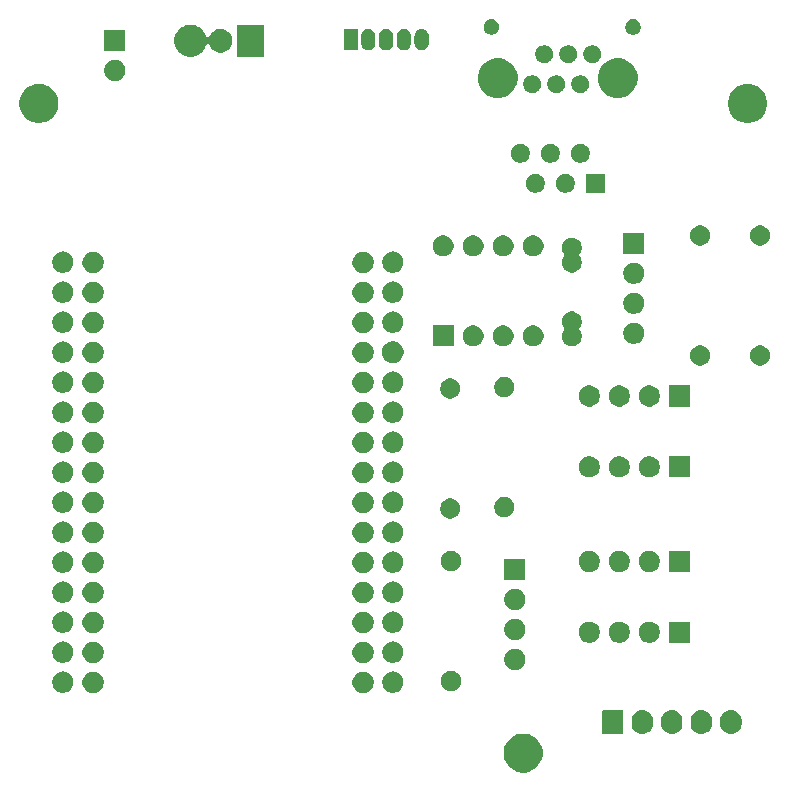
<source format=gbr>
G04 #@! TF.GenerationSoftware,KiCad,Pcbnew,(5.1.5)-3*
G04 #@! TF.CreationDate,2020-08-28T11:31:22+02:00*
G04 #@! TF.ProjectId,Airrohr_pcb,41697272-6f68-4725-9f70-63622e6b6963,rev?*
G04 #@! TF.SameCoordinates,Original*
G04 #@! TF.FileFunction,Soldermask,Bot*
G04 #@! TF.FilePolarity,Negative*
%FSLAX46Y46*%
G04 Gerber Fmt 4.6, Leading zero omitted, Abs format (unit mm)*
G04 Created by KiCad (PCBNEW (5.1.5)-3) date 2020-08-28 11:31:22*
%MOMM*%
%LPD*%
G04 APERTURE LIST*
%ADD10C,0.100000*%
G04 APERTURE END LIST*
D10*
G36*
X185064656Y-81791298D02*
G01*
X185170979Y-81812447D01*
X185471442Y-81936903D01*
X185741851Y-82117585D01*
X185971815Y-82347549D01*
X186152497Y-82617958D01*
X186276953Y-82918421D01*
X186340400Y-83237391D01*
X186340400Y-83562609D01*
X186276953Y-83881579D01*
X186152497Y-84182042D01*
X185971815Y-84452451D01*
X185741851Y-84682415D01*
X185471442Y-84863097D01*
X185170979Y-84987553D01*
X185064656Y-85008702D01*
X184852011Y-85051000D01*
X184526789Y-85051000D01*
X184314144Y-85008702D01*
X184207821Y-84987553D01*
X183907358Y-84863097D01*
X183636949Y-84682415D01*
X183406985Y-84452451D01*
X183226303Y-84182042D01*
X183101847Y-83881579D01*
X183038400Y-83562609D01*
X183038400Y-83237391D01*
X183101847Y-82918421D01*
X183226303Y-82617958D01*
X183406985Y-82347549D01*
X183636949Y-82117585D01*
X183907358Y-81936903D01*
X184207821Y-81812447D01*
X184314144Y-81791298D01*
X184526789Y-81749000D01*
X184852011Y-81749000D01*
X185064656Y-81791298D01*
G37*
G36*
X194954626Y-79759037D02*
G01*
X195124465Y-79810557D01*
X195124467Y-79810558D01*
X195280989Y-79894221D01*
X195418186Y-80006814D01*
X195501448Y-80108271D01*
X195530778Y-80144009D01*
X195614443Y-80300534D01*
X195665963Y-80470373D01*
X195679000Y-80602742D01*
X195679000Y-80941257D01*
X195665963Y-81073626D01*
X195614443Y-81243466D01*
X195530778Y-81399991D01*
X195501448Y-81435729D01*
X195418186Y-81537186D01*
X195323250Y-81615097D01*
X195280991Y-81649778D01*
X195124466Y-81733443D01*
X194954627Y-81784963D01*
X194778000Y-81802359D01*
X194601374Y-81784963D01*
X194431535Y-81733443D01*
X194275010Y-81649778D01*
X194137815Y-81537185D01*
X194025222Y-81399991D01*
X193941557Y-81243466D01*
X193890037Y-81073627D01*
X193877000Y-80941258D01*
X193877000Y-80602743D01*
X193890037Y-80470374D01*
X193941557Y-80300535D01*
X194025222Y-80144010D01*
X194025223Y-80144009D01*
X194137814Y-80006814D01*
X194239271Y-79923552D01*
X194275009Y-79894222D01*
X194431534Y-79810557D01*
X194601373Y-79759037D01*
X194778000Y-79741641D01*
X194954626Y-79759037D01*
G37*
G36*
X202454626Y-79759037D02*
G01*
X202624465Y-79810557D01*
X202624467Y-79810558D01*
X202780989Y-79894221D01*
X202918186Y-80006814D01*
X203001448Y-80108271D01*
X203030778Y-80144009D01*
X203114443Y-80300534D01*
X203165963Y-80470373D01*
X203179000Y-80602742D01*
X203179000Y-80941257D01*
X203165963Y-81073626D01*
X203114443Y-81243466D01*
X203030778Y-81399991D01*
X203001448Y-81435729D01*
X202918186Y-81537186D01*
X202823250Y-81615097D01*
X202780991Y-81649778D01*
X202624466Y-81733443D01*
X202454627Y-81784963D01*
X202278000Y-81802359D01*
X202101374Y-81784963D01*
X201931535Y-81733443D01*
X201775010Y-81649778D01*
X201637815Y-81537185D01*
X201525222Y-81399991D01*
X201441557Y-81243466D01*
X201390037Y-81073627D01*
X201377000Y-80941258D01*
X201377000Y-80602743D01*
X201390037Y-80470374D01*
X201441557Y-80300535D01*
X201525222Y-80144010D01*
X201525223Y-80144009D01*
X201637814Y-80006814D01*
X201739271Y-79923552D01*
X201775009Y-79894222D01*
X201931534Y-79810557D01*
X202101373Y-79759037D01*
X202278000Y-79741641D01*
X202454626Y-79759037D01*
G37*
G36*
X197454626Y-79759037D02*
G01*
X197624465Y-79810557D01*
X197624467Y-79810558D01*
X197780989Y-79894221D01*
X197918186Y-80006814D01*
X198001448Y-80108271D01*
X198030778Y-80144009D01*
X198114443Y-80300534D01*
X198165963Y-80470373D01*
X198179000Y-80602742D01*
X198179000Y-80941257D01*
X198165963Y-81073626D01*
X198114443Y-81243466D01*
X198030778Y-81399991D01*
X198001448Y-81435729D01*
X197918186Y-81537186D01*
X197823250Y-81615097D01*
X197780991Y-81649778D01*
X197624466Y-81733443D01*
X197454627Y-81784963D01*
X197278000Y-81802359D01*
X197101374Y-81784963D01*
X196931535Y-81733443D01*
X196775010Y-81649778D01*
X196637815Y-81537185D01*
X196525222Y-81399991D01*
X196441557Y-81243466D01*
X196390037Y-81073627D01*
X196377000Y-80941258D01*
X196377000Y-80602743D01*
X196390037Y-80470374D01*
X196441557Y-80300535D01*
X196525222Y-80144010D01*
X196525223Y-80144009D01*
X196637814Y-80006814D01*
X196739271Y-79923552D01*
X196775009Y-79894222D01*
X196931534Y-79810557D01*
X197101373Y-79759037D01*
X197278000Y-79741641D01*
X197454626Y-79759037D01*
G37*
G36*
X199954626Y-79759037D02*
G01*
X200124465Y-79810557D01*
X200124467Y-79810558D01*
X200280989Y-79894221D01*
X200418186Y-80006814D01*
X200501448Y-80108271D01*
X200530778Y-80144009D01*
X200614443Y-80300534D01*
X200665963Y-80470373D01*
X200679000Y-80602742D01*
X200679000Y-80941257D01*
X200665963Y-81073626D01*
X200614443Y-81243466D01*
X200530778Y-81399991D01*
X200501448Y-81435729D01*
X200418186Y-81537186D01*
X200323250Y-81615097D01*
X200280991Y-81649778D01*
X200124466Y-81733443D01*
X199954627Y-81784963D01*
X199778000Y-81802359D01*
X199601374Y-81784963D01*
X199431535Y-81733443D01*
X199275010Y-81649778D01*
X199137815Y-81537185D01*
X199025222Y-81399991D01*
X198941557Y-81243466D01*
X198890037Y-81073627D01*
X198877000Y-80941258D01*
X198877000Y-80602743D01*
X198890037Y-80470374D01*
X198941557Y-80300535D01*
X199025222Y-80144010D01*
X199025223Y-80144009D01*
X199137814Y-80006814D01*
X199239271Y-79923552D01*
X199275009Y-79894222D01*
X199431534Y-79810557D01*
X199601373Y-79759037D01*
X199778000Y-79741641D01*
X199954626Y-79759037D01*
G37*
G36*
X193036600Y-79749989D02*
G01*
X193069652Y-79760015D01*
X193100103Y-79776292D01*
X193126799Y-79798201D01*
X193148708Y-79824897D01*
X193164985Y-79855348D01*
X193175011Y-79888400D01*
X193179000Y-79928903D01*
X193179000Y-81615097D01*
X193175011Y-81655600D01*
X193164985Y-81688652D01*
X193148708Y-81719103D01*
X193126799Y-81745799D01*
X193100103Y-81767708D01*
X193069652Y-81783985D01*
X193036600Y-81794011D01*
X192996097Y-81798000D01*
X191559903Y-81798000D01*
X191519400Y-81794011D01*
X191486348Y-81783985D01*
X191455897Y-81767708D01*
X191429201Y-81745799D01*
X191407292Y-81719103D01*
X191391015Y-81688652D01*
X191380989Y-81655600D01*
X191377000Y-81615097D01*
X191377000Y-79928903D01*
X191380989Y-79888400D01*
X191391015Y-79855348D01*
X191407292Y-79824897D01*
X191429201Y-79798201D01*
X191455897Y-79776292D01*
X191486348Y-79760015D01*
X191519400Y-79749989D01*
X191559903Y-79746000D01*
X192996097Y-79746000D01*
X193036600Y-79749989D01*
G37*
G36*
X148392112Y-76523127D02*
G01*
X148541412Y-76552824D01*
X148705384Y-76620744D01*
X148852954Y-76719347D01*
X148978453Y-76844846D01*
X149077056Y-76992416D01*
X149144976Y-77156388D01*
X149179600Y-77330459D01*
X149179600Y-77507941D01*
X149144976Y-77682012D01*
X149077056Y-77845984D01*
X148978453Y-77993554D01*
X148852954Y-78119053D01*
X148705384Y-78217656D01*
X148541412Y-78285576D01*
X148392112Y-78315273D01*
X148367342Y-78320200D01*
X148189858Y-78320200D01*
X148165088Y-78315273D01*
X148015788Y-78285576D01*
X147851816Y-78217656D01*
X147704246Y-78119053D01*
X147578747Y-77993554D01*
X147480144Y-77845984D01*
X147412224Y-77682012D01*
X147377600Y-77507941D01*
X147377600Y-77330459D01*
X147412224Y-77156388D01*
X147480144Y-76992416D01*
X147578747Y-76844846D01*
X147704246Y-76719347D01*
X147851816Y-76620744D01*
X148015788Y-76552824D01*
X148165088Y-76523127D01*
X148189858Y-76518200D01*
X148367342Y-76518200D01*
X148392112Y-76523127D01*
G37*
G36*
X171252112Y-76523127D02*
G01*
X171401412Y-76552824D01*
X171565384Y-76620744D01*
X171712954Y-76719347D01*
X171838453Y-76844846D01*
X171937056Y-76992416D01*
X172004976Y-77156388D01*
X172039600Y-77330459D01*
X172039600Y-77507941D01*
X172004976Y-77682012D01*
X171937056Y-77845984D01*
X171838453Y-77993554D01*
X171712954Y-78119053D01*
X171565384Y-78217656D01*
X171401412Y-78285576D01*
X171252112Y-78315273D01*
X171227342Y-78320200D01*
X171049858Y-78320200D01*
X171025088Y-78315273D01*
X170875788Y-78285576D01*
X170711816Y-78217656D01*
X170564246Y-78119053D01*
X170438747Y-77993554D01*
X170340144Y-77845984D01*
X170272224Y-77682012D01*
X170237600Y-77507941D01*
X170237600Y-77330459D01*
X170272224Y-77156388D01*
X170340144Y-76992416D01*
X170438747Y-76844846D01*
X170564246Y-76719347D01*
X170711816Y-76620744D01*
X170875788Y-76552824D01*
X171025088Y-76523127D01*
X171049858Y-76518200D01*
X171227342Y-76518200D01*
X171252112Y-76523127D01*
G37*
G36*
X173766712Y-76497727D02*
G01*
X173916012Y-76527424D01*
X174079984Y-76595344D01*
X174227554Y-76693947D01*
X174353053Y-76819446D01*
X174451656Y-76967016D01*
X174519576Y-77130988D01*
X174554200Y-77305059D01*
X174554200Y-77482541D01*
X174519576Y-77656612D01*
X174451656Y-77820584D01*
X174353053Y-77968154D01*
X174227554Y-78093653D01*
X174079984Y-78192256D01*
X173916012Y-78260176D01*
X173766712Y-78289873D01*
X173741942Y-78294800D01*
X173564458Y-78294800D01*
X173539688Y-78289873D01*
X173390388Y-78260176D01*
X173226416Y-78192256D01*
X173078846Y-78093653D01*
X172953347Y-77968154D01*
X172854744Y-77820584D01*
X172786824Y-77656612D01*
X172752200Y-77482541D01*
X172752200Y-77305059D01*
X172786824Y-77130988D01*
X172854744Y-76967016D01*
X172953347Y-76819446D01*
X173078846Y-76693947D01*
X173226416Y-76595344D01*
X173390388Y-76527424D01*
X173539688Y-76497727D01*
X173564458Y-76492800D01*
X173741942Y-76492800D01*
X173766712Y-76497727D01*
G37*
G36*
X145826712Y-76497727D02*
G01*
X145976012Y-76527424D01*
X146139984Y-76595344D01*
X146287554Y-76693947D01*
X146413053Y-76819446D01*
X146511656Y-76967016D01*
X146579576Y-77130988D01*
X146614200Y-77305059D01*
X146614200Y-77482541D01*
X146579576Y-77656612D01*
X146511656Y-77820584D01*
X146413053Y-77968154D01*
X146287554Y-78093653D01*
X146139984Y-78192256D01*
X145976012Y-78260176D01*
X145826712Y-78289873D01*
X145801942Y-78294800D01*
X145624458Y-78294800D01*
X145599688Y-78289873D01*
X145450388Y-78260176D01*
X145286416Y-78192256D01*
X145138846Y-78093653D01*
X145013347Y-77968154D01*
X144914744Y-77820584D01*
X144846824Y-77656612D01*
X144812200Y-77482541D01*
X144812200Y-77305059D01*
X144846824Y-77130988D01*
X144914744Y-76967016D01*
X145013347Y-76819446D01*
X145138846Y-76693947D01*
X145286416Y-76595344D01*
X145450388Y-76527424D01*
X145599688Y-76497727D01*
X145624458Y-76492800D01*
X145801942Y-76492800D01*
X145826712Y-76497727D01*
G37*
G36*
X178822928Y-76468823D02*
G01*
X178977800Y-76532973D01*
X179117181Y-76626105D01*
X179235715Y-76744639D01*
X179328847Y-76884020D01*
X179392997Y-77038892D01*
X179425700Y-77203304D01*
X179425700Y-77370936D01*
X179392997Y-77535348D01*
X179328847Y-77690220D01*
X179235715Y-77829601D01*
X179117181Y-77948135D01*
X178977800Y-78041267D01*
X178822928Y-78105417D01*
X178658516Y-78138120D01*
X178490884Y-78138120D01*
X178326472Y-78105417D01*
X178171600Y-78041267D01*
X178032219Y-77948135D01*
X177913685Y-77829601D01*
X177820553Y-77690220D01*
X177756403Y-77535348D01*
X177723700Y-77370936D01*
X177723700Y-77203304D01*
X177756403Y-77038892D01*
X177820553Y-76884020D01*
X177913685Y-76744639D01*
X178032219Y-76626105D01*
X178171600Y-76532973D01*
X178326472Y-76468823D01*
X178490884Y-76436120D01*
X178658516Y-76436120D01*
X178822928Y-76468823D01*
G37*
G36*
X184098412Y-74587647D02*
G01*
X184247712Y-74617344D01*
X184411684Y-74685264D01*
X184559254Y-74783867D01*
X184684753Y-74909366D01*
X184783356Y-75056936D01*
X184851276Y-75220908D01*
X184885900Y-75394979D01*
X184885900Y-75572461D01*
X184851276Y-75746532D01*
X184783356Y-75910504D01*
X184684753Y-76058074D01*
X184559254Y-76183573D01*
X184411684Y-76282176D01*
X184247712Y-76350096D01*
X184098412Y-76379793D01*
X184073642Y-76384720D01*
X183896158Y-76384720D01*
X183871388Y-76379793D01*
X183722088Y-76350096D01*
X183558116Y-76282176D01*
X183410546Y-76183573D01*
X183285047Y-76058074D01*
X183186444Y-75910504D01*
X183118524Y-75746532D01*
X183083900Y-75572461D01*
X183083900Y-75394979D01*
X183118524Y-75220908D01*
X183186444Y-75056936D01*
X183285047Y-74909366D01*
X183410546Y-74783867D01*
X183558116Y-74685264D01*
X183722088Y-74617344D01*
X183871388Y-74587647D01*
X183896158Y-74582720D01*
X184073642Y-74582720D01*
X184098412Y-74587647D01*
G37*
G36*
X148392112Y-73983127D02*
G01*
X148541412Y-74012824D01*
X148705384Y-74080744D01*
X148852954Y-74179347D01*
X148978453Y-74304846D01*
X149077056Y-74452416D01*
X149144976Y-74616388D01*
X149179600Y-74790459D01*
X149179600Y-74967941D01*
X149144976Y-75142012D01*
X149077056Y-75305984D01*
X148978453Y-75453554D01*
X148852954Y-75579053D01*
X148705384Y-75677656D01*
X148541412Y-75745576D01*
X148392112Y-75775273D01*
X148367342Y-75780200D01*
X148189858Y-75780200D01*
X148165088Y-75775273D01*
X148015788Y-75745576D01*
X147851816Y-75677656D01*
X147704246Y-75579053D01*
X147578747Y-75453554D01*
X147480144Y-75305984D01*
X147412224Y-75142012D01*
X147377600Y-74967941D01*
X147377600Y-74790459D01*
X147412224Y-74616388D01*
X147480144Y-74452416D01*
X147578747Y-74304846D01*
X147704246Y-74179347D01*
X147851816Y-74080744D01*
X148015788Y-74012824D01*
X148165088Y-73983127D01*
X148189858Y-73978200D01*
X148367342Y-73978200D01*
X148392112Y-73983127D01*
G37*
G36*
X171252112Y-73983127D02*
G01*
X171401412Y-74012824D01*
X171565384Y-74080744D01*
X171712954Y-74179347D01*
X171838453Y-74304846D01*
X171937056Y-74452416D01*
X172004976Y-74616388D01*
X172039600Y-74790459D01*
X172039600Y-74967941D01*
X172004976Y-75142012D01*
X171937056Y-75305984D01*
X171838453Y-75453554D01*
X171712954Y-75579053D01*
X171565384Y-75677656D01*
X171401412Y-75745576D01*
X171252112Y-75775273D01*
X171227342Y-75780200D01*
X171049858Y-75780200D01*
X171025088Y-75775273D01*
X170875788Y-75745576D01*
X170711816Y-75677656D01*
X170564246Y-75579053D01*
X170438747Y-75453554D01*
X170340144Y-75305984D01*
X170272224Y-75142012D01*
X170237600Y-74967941D01*
X170237600Y-74790459D01*
X170272224Y-74616388D01*
X170340144Y-74452416D01*
X170438747Y-74304846D01*
X170564246Y-74179347D01*
X170711816Y-74080744D01*
X170875788Y-74012824D01*
X171025088Y-73983127D01*
X171049858Y-73978200D01*
X171227342Y-73978200D01*
X171252112Y-73983127D01*
G37*
G36*
X173766712Y-73957727D02*
G01*
X173916012Y-73987424D01*
X174079984Y-74055344D01*
X174227554Y-74153947D01*
X174353053Y-74279446D01*
X174451656Y-74427016D01*
X174519576Y-74590988D01*
X174554200Y-74765059D01*
X174554200Y-74942541D01*
X174519576Y-75116612D01*
X174451656Y-75280584D01*
X174353053Y-75428154D01*
X174227554Y-75553653D01*
X174079984Y-75652256D01*
X173916012Y-75720176D01*
X173766712Y-75749873D01*
X173741942Y-75754800D01*
X173564458Y-75754800D01*
X173539688Y-75749873D01*
X173390388Y-75720176D01*
X173226416Y-75652256D01*
X173078846Y-75553653D01*
X172953347Y-75428154D01*
X172854744Y-75280584D01*
X172786824Y-75116612D01*
X172752200Y-74942541D01*
X172752200Y-74765059D01*
X172786824Y-74590988D01*
X172854744Y-74427016D01*
X172953347Y-74279446D01*
X173078846Y-74153947D01*
X173226416Y-74055344D01*
X173390388Y-73987424D01*
X173539688Y-73957727D01*
X173564458Y-73952800D01*
X173741942Y-73952800D01*
X173766712Y-73957727D01*
G37*
G36*
X145826712Y-73957727D02*
G01*
X145976012Y-73987424D01*
X146139984Y-74055344D01*
X146287554Y-74153947D01*
X146413053Y-74279446D01*
X146511656Y-74427016D01*
X146579576Y-74590988D01*
X146614200Y-74765059D01*
X146614200Y-74942541D01*
X146579576Y-75116612D01*
X146511656Y-75280584D01*
X146413053Y-75428154D01*
X146287554Y-75553653D01*
X146139984Y-75652256D01*
X145976012Y-75720176D01*
X145826712Y-75749873D01*
X145801942Y-75754800D01*
X145624458Y-75754800D01*
X145599688Y-75749873D01*
X145450388Y-75720176D01*
X145286416Y-75652256D01*
X145138846Y-75553653D01*
X145013347Y-75428154D01*
X144914744Y-75280584D01*
X144846824Y-75116612D01*
X144812200Y-74942541D01*
X144812200Y-74765059D01*
X144846824Y-74590988D01*
X144914744Y-74427016D01*
X145013347Y-74279446D01*
X145138846Y-74153947D01*
X145286416Y-74055344D01*
X145450388Y-73987424D01*
X145599688Y-73957727D01*
X145624458Y-73952800D01*
X145801942Y-73952800D01*
X145826712Y-73957727D01*
G37*
G36*
X198806000Y-74069400D02*
G01*
X197004000Y-74069400D01*
X197004000Y-72267400D01*
X198806000Y-72267400D01*
X198806000Y-74069400D01*
G37*
G36*
X190398512Y-72272327D02*
G01*
X190547812Y-72302024D01*
X190711784Y-72369944D01*
X190859354Y-72468547D01*
X190984853Y-72594046D01*
X191083456Y-72741616D01*
X191151376Y-72905588D01*
X191186000Y-73079659D01*
X191186000Y-73257141D01*
X191151376Y-73431212D01*
X191083456Y-73595184D01*
X190984853Y-73742754D01*
X190859354Y-73868253D01*
X190711784Y-73966856D01*
X190547812Y-74034776D01*
X190398512Y-74064473D01*
X190373742Y-74069400D01*
X190196258Y-74069400D01*
X190171488Y-74064473D01*
X190022188Y-74034776D01*
X189858216Y-73966856D01*
X189710646Y-73868253D01*
X189585147Y-73742754D01*
X189486544Y-73595184D01*
X189418624Y-73431212D01*
X189384000Y-73257141D01*
X189384000Y-73079659D01*
X189418624Y-72905588D01*
X189486544Y-72741616D01*
X189585147Y-72594046D01*
X189710646Y-72468547D01*
X189858216Y-72369944D01*
X190022188Y-72302024D01*
X190171488Y-72272327D01*
X190196258Y-72267400D01*
X190373742Y-72267400D01*
X190398512Y-72272327D01*
G37*
G36*
X195478512Y-72272327D02*
G01*
X195627812Y-72302024D01*
X195791784Y-72369944D01*
X195939354Y-72468547D01*
X196064853Y-72594046D01*
X196163456Y-72741616D01*
X196231376Y-72905588D01*
X196266000Y-73079659D01*
X196266000Y-73257141D01*
X196231376Y-73431212D01*
X196163456Y-73595184D01*
X196064853Y-73742754D01*
X195939354Y-73868253D01*
X195791784Y-73966856D01*
X195627812Y-74034776D01*
X195478512Y-74064473D01*
X195453742Y-74069400D01*
X195276258Y-74069400D01*
X195251488Y-74064473D01*
X195102188Y-74034776D01*
X194938216Y-73966856D01*
X194790646Y-73868253D01*
X194665147Y-73742754D01*
X194566544Y-73595184D01*
X194498624Y-73431212D01*
X194464000Y-73257141D01*
X194464000Y-73079659D01*
X194498624Y-72905588D01*
X194566544Y-72741616D01*
X194665147Y-72594046D01*
X194790646Y-72468547D01*
X194938216Y-72369944D01*
X195102188Y-72302024D01*
X195251488Y-72272327D01*
X195276258Y-72267400D01*
X195453742Y-72267400D01*
X195478512Y-72272327D01*
G37*
G36*
X192938512Y-72272327D02*
G01*
X193087812Y-72302024D01*
X193251784Y-72369944D01*
X193399354Y-72468547D01*
X193524853Y-72594046D01*
X193623456Y-72741616D01*
X193691376Y-72905588D01*
X193726000Y-73079659D01*
X193726000Y-73257141D01*
X193691376Y-73431212D01*
X193623456Y-73595184D01*
X193524853Y-73742754D01*
X193399354Y-73868253D01*
X193251784Y-73966856D01*
X193087812Y-74034776D01*
X192938512Y-74064473D01*
X192913742Y-74069400D01*
X192736258Y-74069400D01*
X192711488Y-74064473D01*
X192562188Y-74034776D01*
X192398216Y-73966856D01*
X192250646Y-73868253D01*
X192125147Y-73742754D01*
X192026544Y-73595184D01*
X191958624Y-73431212D01*
X191924000Y-73257141D01*
X191924000Y-73079659D01*
X191958624Y-72905588D01*
X192026544Y-72741616D01*
X192125147Y-72594046D01*
X192250646Y-72468547D01*
X192398216Y-72369944D01*
X192562188Y-72302024D01*
X192711488Y-72272327D01*
X192736258Y-72267400D01*
X192913742Y-72267400D01*
X192938512Y-72272327D01*
G37*
G36*
X184098412Y-72047647D02*
G01*
X184247712Y-72077344D01*
X184411684Y-72145264D01*
X184559254Y-72243867D01*
X184684753Y-72369366D01*
X184783356Y-72516936D01*
X184851276Y-72680908D01*
X184885900Y-72854979D01*
X184885900Y-73032461D01*
X184851276Y-73206532D01*
X184783356Y-73370504D01*
X184684753Y-73518074D01*
X184559254Y-73643573D01*
X184411684Y-73742176D01*
X184247712Y-73810096D01*
X184098412Y-73839793D01*
X184073642Y-73844720D01*
X183896158Y-73844720D01*
X183871388Y-73839793D01*
X183722088Y-73810096D01*
X183558116Y-73742176D01*
X183410546Y-73643573D01*
X183285047Y-73518074D01*
X183186444Y-73370504D01*
X183118524Y-73206532D01*
X183083900Y-73032461D01*
X183083900Y-72854979D01*
X183118524Y-72680908D01*
X183186444Y-72516936D01*
X183285047Y-72369366D01*
X183410546Y-72243867D01*
X183558116Y-72145264D01*
X183722088Y-72077344D01*
X183871388Y-72047647D01*
X183896158Y-72042720D01*
X184073642Y-72042720D01*
X184098412Y-72047647D01*
G37*
G36*
X171252112Y-71443127D02*
G01*
X171401412Y-71472824D01*
X171565384Y-71540744D01*
X171712954Y-71639347D01*
X171838453Y-71764846D01*
X171937056Y-71912416D01*
X172004976Y-72076388D01*
X172039600Y-72250459D01*
X172039600Y-72427941D01*
X172004976Y-72602012D01*
X171937056Y-72765984D01*
X171838453Y-72913554D01*
X171712954Y-73039053D01*
X171565384Y-73137656D01*
X171401412Y-73205576D01*
X171252112Y-73235273D01*
X171227342Y-73240200D01*
X171049858Y-73240200D01*
X171025088Y-73235273D01*
X170875788Y-73205576D01*
X170711816Y-73137656D01*
X170564246Y-73039053D01*
X170438747Y-72913554D01*
X170340144Y-72765984D01*
X170272224Y-72602012D01*
X170237600Y-72427941D01*
X170237600Y-72250459D01*
X170272224Y-72076388D01*
X170340144Y-71912416D01*
X170438747Y-71764846D01*
X170564246Y-71639347D01*
X170711816Y-71540744D01*
X170875788Y-71472824D01*
X171025088Y-71443127D01*
X171049858Y-71438200D01*
X171227342Y-71438200D01*
X171252112Y-71443127D01*
G37*
G36*
X148392112Y-71443127D02*
G01*
X148541412Y-71472824D01*
X148705384Y-71540744D01*
X148852954Y-71639347D01*
X148978453Y-71764846D01*
X149077056Y-71912416D01*
X149144976Y-72076388D01*
X149179600Y-72250459D01*
X149179600Y-72427941D01*
X149144976Y-72602012D01*
X149077056Y-72765984D01*
X148978453Y-72913554D01*
X148852954Y-73039053D01*
X148705384Y-73137656D01*
X148541412Y-73205576D01*
X148392112Y-73235273D01*
X148367342Y-73240200D01*
X148189858Y-73240200D01*
X148165088Y-73235273D01*
X148015788Y-73205576D01*
X147851816Y-73137656D01*
X147704246Y-73039053D01*
X147578747Y-72913554D01*
X147480144Y-72765984D01*
X147412224Y-72602012D01*
X147377600Y-72427941D01*
X147377600Y-72250459D01*
X147412224Y-72076388D01*
X147480144Y-71912416D01*
X147578747Y-71764846D01*
X147704246Y-71639347D01*
X147851816Y-71540744D01*
X148015788Y-71472824D01*
X148165088Y-71443127D01*
X148189858Y-71438200D01*
X148367342Y-71438200D01*
X148392112Y-71443127D01*
G37*
G36*
X173766712Y-71417727D02*
G01*
X173916012Y-71447424D01*
X174079984Y-71515344D01*
X174227554Y-71613947D01*
X174353053Y-71739446D01*
X174451656Y-71887016D01*
X174519576Y-72050988D01*
X174554200Y-72225059D01*
X174554200Y-72402541D01*
X174519576Y-72576612D01*
X174451656Y-72740584D01*
X174353053Y-72888154D01*
X174227554Y-73013653D01*
X174079984Y-73112256D01*
X173916012Y-73180176D01*
X173766712Y-73209873D01*
X173741942Y-73214800D01*
X173564458Y-73214800D01*
X173539688Y-73209873D01*
X173390388Y-73180176D01*
X173226416Y-73112256D01*
X173078846Y-73013653D01*
X172953347Y-72888154D01*
X172854744Y-72740584D01*
X172786824Y-72576612D01*
X172752200Y-72402541D01*
X172752200Y-72225059D01*
X172786824Y-72050988D01*
X172854744Y-71887016D01*
X172953347Y-71739446D01*
X173078846Y-71613947D01*
X173226416Y-71515344D01*
X173390388Y-71447424D01*
X173539688Y-71417727D01*
X173564458Y-71412800D01*
X173741942Y-71412800D01*
X173766712Y-71417727D01*
G37*
G36*
X145826712Y-71417727D02*
G01*
X145976012Y-71447424D01*
X146139984Y-71515344D01*
X146287554Y-71613947D01*
X146413053Y-71739446D01*
X146511656Y-71887016D01*
X146579576Y-72050988D01*
X146614200Y-72225059D01*
X146614200Y-72402541D01*
X146579576Y-72576612D01*
X146511656Y-72740584D01*
X146413053Y-72888154D01*
X146287554Y-73013653D01*
X146139984Y-73112256D01*
X145976012Y-73180176D01*
X145826712Y-73209873D01*
X145801942Y-73214800D01*
X145624458Y-73214800D01*
X145599688Y-73209873D01*
X145450388Y-73180176D01*
X145286416Y-73112256D01*
X145138846Y-73013653D01*
X145013347Y-72888154D01*
X144914744Y-72740584D01*
X144846824Y-72576612D01*
X144812200Y-72402541D01*
X144812200Y-72225059D01*
X144846824Y-72050988D01*
X144914744Y-71887016D01*
X145013347Y-71739446D01*
X145138846Y-71613947D01*
X145286416Y-71515344D01*
X145450388Y-71447424D01*
X145599688Y-71417727D01*
X145624458Y-71412800D01*
X145801942Y-71412800D01*
X145826712Y-71417727D01*
G37*
G36*
X184098412Y-69507647D02*
G01*
X184247712Y-69537344D01*
X184411684Y-69605264D01*
X184559254Y-69703867D01*
X184684753Y-69829366D01*
X184783356Y-69976936D01*
X184851276Y-70140908D01*
X184885900Y-70314979D01*
X184885900Y-70492461D01*
X184851276Y-70666532D01*
X184783356Y-70830504D01*
X184684753Y-70978074D01*
X184559254Y-71103573D01*
X184411684Y-71202176D01*
X184247712Y-71270096D01*
X184098412Y-71299793D01*
X184073642Y-71304720D01*
X183896158Y-71304720D01*
X183871388Y-71299793D01*
X183722088Y-71270096D01*
X183558116Y-71202176D01*
X183410546Y-71103573D01*
X183285047Y-70978074D01*
X183186444Y-70830504D01*
X183118524Y-70666532D01*
X183083900Y-70492461D01*
X183083900Y-70314979D01*
X183118524Y-70140908D01*
X183186444Y-69976936D01*
X183285047Y-69829366D01*
X183410546Y-69703867D01*
X183558116Y-69605264D01*
X183722088Y-69537344D01*
X183871388Y-69507647D01*
X183896158Y-69502720D01*
X184073642Y-69502720D01*
X184098412Y-69507647D01*
G37*
G36*
X148392112Y-68903127D02*
G01*
X148541412Y-68932824D01*
X148705384Y-69000744D01*
X148852954Y-69099347D01*
X148978453Y-69224846D01*
X149077056Y-69372416D01*
X149144976Y-69536388D01*
X149179600Y-69710459D01*
X149179600Y-69887941D01*
X149144976Y-70062012D01*
X149077056Y-70225984D01*
X148978453Y-70373554D01*
X148852954Y-70499053D01*
X148705384Y-70597656D01*
X148541412Y-70665576D01*
X148392112Y-70695273D01*
X148367342Y-70700200D01*
X148189858Y-70700200D01*
X148165088Y-70695273D01*
X148015788Y-70665576D01*
X147851816Y-70597656D01*
X147704246Y-70499053D01*
X147578747Y-70373554D01*
X147480144Y-70225984D01*
X147412224Y-70062012D01*
X147377600Y-69887941D01*
X147377600Y-69710459D01*
X147412224Y-69536388D01*
X147480144Y-69372416D01*
X147578747Y-69224846D01*
X147704246Y-69099347D01*
X147851816Y-69000744D01*
X148015788Y-68932824D01*
X148165088Y-68903127D01*
X148189858Y-68898200D01*
X148367342Y-68898200D01*
X148392112Y-68903127D01*
G37*
G36*
X171252112Y-68903127D02*
G01*
X171401412Y-68932824D01*
X171565384Y-69000744D01*
X171712954Y-69099347D01*
X171838453Y-69224846D01*
X171937056Y-69372416D01*
X172004976Y-69536388D01*
X172039600Y-69710459D01*
X172039600Y-69887941D01*
X172004976Y-70062012D01*
X171937056Y-70225984D01*
X171838453Y-70373554D01*
X171712954Y-70499053D01*
X171565384Y-70597656D01*
X171401412Y-70665576D01*
X171252112Y-70695273D01*
X171227342Y-70700200D01*
X171049858Y-70700200D01*
X171025088Y-70695273D01*
X170875788Y-70665576D01*
X170711816Y-70597656D01*
X170564246Y-70499053D01*
X170438747Y-70373554D01*
X170340144Y-70225984D01*
X170272224Y-70062012D01*
X170237600Y-69887941D01*
X170237600Y-69710459D01*
X170272224Y-69536388D01*
X170340144Y-69372416D01*
X170438747Y-69224846D01*
X170564246Y-69099347D01*
X170711816Y-69000744D01*
X170875788Y-68932824D01*
X171025088Y-68903127D01*
X171049858Y-68898200D01*
X171227342Y-68898200D01*
X171252112Y-68903127D01*
G37*
G36*
X145826712Y-68877727D02*
G01*
X145976012Y-68907424D01*
X146139984Y-68975344D01*
X146287554Y-69073947D01*
X146413053Y-69199446D01*
X146511656Y-69347016D01*
X146579576Y-69510988D01*
X146614200Y-69685059D01*
X146614200Y-69862541D01*
X146579576Y-70036612D01*
X146511656Y-70200584D01*
X146413053Y-70348154D01*
X146287554Y-70473653D01*
X146139984Y-70572256D01*
X145976012Y-70640176D01*
X145826712Y-70669873D01*
X145801942Y-70674800D01*
X145624458Y-70674800D01*
X145599688Y-70669873D01*
X145450388Y-70640176D01*
X145286416Y-70572256D01*
X145138846Y-70473653D01*
X145013347Y-70348154D01*
X144914744Y-70200584D01*
X144846824Y-70036612D01*
X144812200Y-69862541D01*
X144812200Y-69685059D01*
X144846824Y-69510988D01*
X144914744Y-69347016D01*
X145013347Y-69199446D01*
X145138846Y-69073947D01*
X145286416Y-68975344D01*
X145450388Y-68907424D01*
X145599688Y-68877727D01*
X145624458Y-68872800D01*
X145801942Y-68872800D01*
X145826712Y-68877727D01*
G37*
G36*
X173766712Y-68877727D02*
G01*
X173916012Y-68907424D01*
X174079984Y-68975344D01*
X174227554Y-69073947D01*
X174353053Y-69199446D01*
X174451656Y-69347016D01*
X174519576Y-69510988D01*
X174554200Y-69685059D01*
X174554200Y-69862541D01*
X174519576Y-70036612D01*
X174451656Y-70200584D01*
X174353053Y-70348154D01*
X174227554Y-70473653D01*
X174079984Y-70572256D01*
X173916012Y-70640176D01*
X173766712Y-70669873D01*
X173741942Y-70674800D01*
X173564458Y-70674800D01*
X173539688Y-70669873D01*
X173390388Y-70640176D01*
X173226416Y-70572256D01*
X173078846Y-70473653D01*
X172953347Y-70348154D01*
X172854744Y-70200584D01*
X172786824Y-70036612D01*
X172752200Y-69862541D01*
X172752200Y-69685059D01*
X172786824Y-69510988D01*
X172854744Y-69347016D01*
X172953347Y-69199446D01*
X173078846Y-69073947D01*
X173226416Y-68975344D01*
X173390388Y-68907424D01*
X173539688Y-68877727D01*
X173564458Y-68872800D01*
X173741942Y-68872800D01*
X173766712Y-68877727D01*
G37*
G36*
X184885900Y-68764720D02*
G01*
X183083900Y-68764720D01*
X183083900Y-66962720D01*
X184885900Y-66962720D01*
X184885900Y-68764720D01*
G37*
G36*
X171252112Y-66363127D02*
G01*
X171401412Y-66392824D01*
X171565384Y-66460744D01*
X171712954Y-66559347D01*
X171838453Y-66684846D01*
X171937056Y-66832416D01*
X172004976Y-66996388D01*
X172039600Y-67170459D01*
X172039600Y-67347941D01*
X172004976Y-67522012D01*
X171937056Y-67685984D01*
X171838453Y-67833554D01*
X171712954Y-67959053D01*
X171565384Y-68057656D01*
X171401412Y-68125576D01*
X171252112Y-68155273D01*
X171227342Y-68160200D01*
X171049858Y-68160200D01*
X171025088Y-68155273D01*
X170875788Y-68125576D01*
X170711816Y-68057656D01*
X170564246Y-67959053D01*
X170438747Y-67833554D01*
X170340144Y-67685984D01*
X170272224Y-67522012D01*
X170237600Y-67347941D01*
X170237600Y-67170459D01*
X170272224Y-66996388D01*
X170340144Y-66832416D01*
X170438747Y-66684846D01*
X170564246Y-66559347D01*
X170711816Y-66460744D01*
X170875788Y-66392824D01*
X171025088Y-66363127D01*
X171049858Y-66358200D01*
X171227342Y-66358200D01*
X171252112Y-66363127D01*
G37*
G36*
X148392112Y-66363127D02*
G01*
X148541412Y-66392824D01*
X148705384Y-66460744D01*
X148852954Y-66559347D01*
X148978453Y-66684846D01*
X149077056Y-66832416D01*
X149144976Y-66996388D01*
X149179600Y-67170459D01*
X149179600Y-67347941D01*
X149144976Y-67522012D01*
X149077056Y-67685984D01*
X148978453Y-67833554D01*
X148852954Y-67959053D01*
X148705384Y-68057656D01*
X148541412Y-68125576D01*
X148392112Y-68155273D01*
X148367342Y-68160200D01*
X148189858Y-68160200D01*
X148165088Y-68155273D01*
X148015788Y-68125576D01*
X147851816Y-68057656D01*
X147704246Y-67959053D01*
X147578747Y-67833554D01*
X147480144Y-67685984D01*
X147412224Y-67522012D01*
X147377600Y-67347941D01*
X147377600Y-67170459D01*
X147412224Y-66996388D01*
X147480144Y-66832416D01*
X147578747Y-66684846D01*
X147704246Y-66559347D01*
X147851816Y-66460744D01*
X148015788Y-66392824D01*
X148165088Y-66363127D01*
X148189858Y-66358200D01*
X148367342Y-66358200D01*
X148392112Y-66363127D01*
G37*
G36*
X173766712Y-66337727D02*
G01*
X173916012Y-66367424D01*
X174079984Y-66435344D01*
X174227554Y-66533947D01*
X174353053Y-66659446D01*
X174451656Y-66807016D01*
X174519576Y-66970988D01*
X174554200Y-67145059D01*
X174554200Y-67322541D01*
X174519576Y-67496612D01*
X174451656Y-67660584D01*
X174353053Y-67808154D01*
X174227554Y-67933653D01*
X174079984Y-68032256D01*
X173916012Y-68100176D01*
X173766712Y-68129873D01*
X173741942Y-68134800D01*
X173564458Y-68134800D01*
X173539688Y-68129873D01*
X173390388Y-68100176D01*
X173226416Y-68032256D01*
X173078846Y-67933653D01*
X172953347Y-67808154D01*
X172854744Y-67660584D01*
X172786824Y-67496612D01*
X172752200Y-67322541D01*
X172752200Y-67145059D01*
X172786824Y-66970988D01*
X172854744Y-66807016D01*
X172953347Y-66659446D01*
X173078846Y-66533947D01*
X173226416Y-66435344D01*
X173390388Y-66367424D01*
X173539688Y-66337727D01*
X173564458Y-66332800D01*
X173741942Y-66332800D01*
X173766712Y-66337727D01*
G37*
G36*
X145826712Y-66337727D02*
G01*
X145976012Y-66367424D01*
X146139984Y-66435344D01*
X146287554Y-66533947D01*
X146413053Y-66659446D01*
X146511656Y-66807016D01*
X146579576Y-66970988D01*
X146614200Y-67145059D01*
X146614200Y-67322541D01*
X146579576Y-67496612D01*
X146511656Y-67660584D01*
X146413053Y-67808154D01*
X146287554Y-67933653D01*
X146139984Y-68032256D01*
X145976012Y-68100176D01*
X145826712Y-68129873D01*
X145801942Y-68134800D01*
X145624458Y-68134800D01*
X145599688Y-68129873D01*
X145450388Y-68100176D01*
X145286416Y-68032256D01*
X145138846Y-67933653D01*
X145013347Y-67808154D01*
X144914744Y-67660584D01*
X144846824Y-67496612D01*
X144812200Y-67322541D01*
X144812200Y-67145059D01*
X144846824Y-66970988D01*
X144914744Y-66807016D01*
X145013347Y-66659446D01*
X145138846Y-66533947D01*
X145286416Y-66435344D01*
X145450388Y-66367424D01*
X145599688Y-66337727D01*
X145624458Y-66332800D01*
X145801942Y-66332800D01*
X145826712Y-66337727D01*
G37*
G36*
X198806000Y-68069400D02*
G01*
X197004000Y-68069400D01*
X197004000Y-66267400D01*
X198806000Y-66267400D01*
X198806000Y-68069400D01*
G37*
G36*
X192938512Y-66272327D02*
G01*
X193087812Y-66302024D01*
X193251784Y-66369944D01*
X193399354Y-66468547D01*
X193524853Y-66594046D01*
X193623456Y-66741616D01*
X193691376Y-66905588D01*
X193726000Y-67079659D01*
X193726000Y-67257141D01*
X193691376Y-67431212D01*
X193623456Y-67595184D01*
X193524853Y-67742754D01*
X193399354Y-67868253D01*
X193251784Y-67966856D01*
X193087812Y-68034776D01*
X192938512Y-68064473D01*
X192913742Y-68069400D01*
X192736258Y-68069400D01*
X192711488Y-68064473D01*
X192562188Y-68034776D01*
X192398216Y-67966856D01*
X192250646Y-67868253D01*
X192125147Y-67742754D01*
X192026544Y-67595184D01*
X191958624Y-67431212D01*
X191924000Y-67257141D01*
X191924000Y-67079659D01*
X191958624Y-66905588D01*
X192026544Y-66741616D01*
X192125147Y-66594046D01*
X192250646Y-66468547D01*
X192398216Y-66369944D01*
X192562188Y-66302024D01*
X192711488Y-66272327D01*
X192736258Y-66267400D01*
X192913742Y-66267400D01*
X192938512Y-66272327D01*
G37*
G36*
X190398512Y-66272327D02*
G01*
X190547812Y-66302024D01*
X190711784Y-66369944D01*
X190859354Y-66468547D01*
X190984853Y-66594046D01*
X191083456Y-66741616D01*
X191151376Y-66905588D01*
X191186000Y-67079659D01*
X191186000Y-67257141D01*
X191151376Y-67431212D01*
X191083456Y-67595184D01*
X190984853Y-67742754D01*
X190859354Y-67868253D01*
X190711784Y-67966856D01*
X190547812Y-68034776D01*
X190398512Y-68064473D01*
X190373742Y-68069400D01*
X190196258Y-68069400D01*
X190171488Y-68064473D01*
X190022188Y-68034776D01*
X189858216Y-67966856D01*
X189710646Y-67868253D01*
X189585147Y-67742754D01*
X189486544Y-67595184D01*
X189418624Y-67431212D01*
X189384000Y-67257141D01*
X189384000Y-67079659D01*
X189418624Y-66905588D01*
X189486544Y-66741616D01*
X189585147Y-66594046D01*
X189710646Y-66468547D01*
X189858216Y-66369944D01*
X190022188Y-66302024D01*
X190171488Y-66272327D01*
X190196258Y-66267400D01*
X190373742Y-66267400D01*
X190398512Y-66272327D01*
G37*
G36*
X195478512Y-66272327D02*
G01*
X195627812Y-66302024D01*
X195791784Y-66369944D01*
X195939354Y-66468547D01*
X196064853Y-66594046D01*
X196163456Y-66741616D01*
X196231376Y-66905588D01*
X196266000Y-67079659D01*
X196266000Y-67257141D01*
X196231376Y-67431212D01*
X196163456Y-67595184D01*
X196064853Y-67742754D01*
X195939354Y-67868253D01*
X195791784Y-67966856D01*
X195627812Y-68034776D01*
X195478512Y-68064473D01*
X195453742Y-68069400D01*
X195276258Y-68069400D01*
X195251488Y-68064473D01*
X195102188Y-68034776D01*
X194938216Y-67966856D01*
X194790646Y-67868253D01*
X194665147Y-67742754D01*
X194566544Y-67595184D01*
X194498624Y-67431212D01*
X194464000Y-67257141D01*
X194464000Y-67079659D01*
X194498624Y-66905588D01*
X194566544Y-66741616D01*
X194665147Y-66594046D01*
X194790646Y-66468547D01*
X194938216Y-66369944D01*
X195102188Y-66302024D01*
X195251488Y-66272327D01*
X195276258Y-66267400D01*
X195453742Y-66267400D01*
X195478512Y-66272327D01*
G37*
G36*
X178822928Y-66308823D02*
G01*
X178977800Y-66372973D01*
X179117181Y-66466105D01*
X179235715Y-66584639D01*
X179328847Y-66724020D01*
X179392997Y-66878892D01*
X179425700Y-67043304D01*
X179425700Y-67210936D01*
X179392997Y-67375348D01*
X179328847Y-67530220D01*
X179235715Y-67669601D01*
X179117181Y-67788135D01*
X178977800Y-67881267D01*
X178822928Y-67945417D01*
X178658516Y-67978120D01*
X178490884Y-67978120D01*
X178326472Y-67945417D01*
X178171600Y-67881267D01*
X178032219Y-67788135D01*
X177913685Y-67669601D01*
X177820553Y-67530220D01*
X177756403Y-67375348D01*
X177723700Y-67210936D01*
X177723700Y-67043304D01*
X177756403Y-66878892D01*
X177820553Y-66724020D01*
X177913685Y-66584639D01*
X178032219Y-66466105D01*
X178171600Y-66372973D01*
X178326472Y-66308823D01*
X178490884Y-66276120D01*
X178658516Y-66276120D01*
X178822928Y-66308823D01*
G37*
G36*
X171252112Y-63823127D02*
G01*
X171401412Y-63852824D01*
X171565384Y-63920744D01*
X171712954Y-64019347D01*
X171838453Y-64144846D01*
X171937056Y-64292416D01*
X172004976Y-64456388D01*
X172039600Y-64630459D01*
X172039600Y-64807941D01*
X172004976Y-64982012D01*
X171937056Y-65145984D01*
X171838453Y-65293554D01*
X171712954Y-65419053D01*
X171565384Y-65517656D01*
X171401412Y-65585576D01*
X171252112Y-65615273D01*
X171227342Y-65620200D01*
X171049858Y-65620200D01*
X171025088Y-65615273D01*
X170875788Y-65585576D01*
X170711816Y-65517656D01*
X170564246Y-65419053D01*
X170438747Y-65293554D01*
X170340144Y-65145984D01*
X170272224Y-64982012D01*
X170237600Y-64807941D01*
X170237600Y-64630459D01*
X170272224Y-64456388D01*
X170340144Y-64292416D01*
X170438747Y-64144846D01*
X170564246Y-64019347D01*
X170711816Y-63920744D01*
X170875788Y-63852824D01*
X171025088Y-63823127D01*
X171049858Y-63818200D01*
X171227342Y-63818200D01*
X171252112Y-63823127D01*
G37*
G36*
X148392112Y-63823127D02*
G01*
X148541412Y-63852824D01*
X148705384Y-63920744D01*
X148852954Y-64019347D01*
X148978453Y-64144846D01*
X149077056Y-64292416D01*
X149144976Y-64456388D01*
X149179600Y-64630459D01*
X149179600Y-64807941D01*
X149144976Y-64982012D01*
X149077056Y-65145984D01*
X148978453Y-65293554D01*
X148852954Y-65419053D01*
X148705384Y-65517656D01*
X148541412Y-65585576D01*
X148392112Y-65615273D01*
X148367342Y-65620200D01*
X148189858Y-65620200D01*
X148165088Y-65615273D01*
X148015788Y-65585576D01*
X147851816Y-65517656D01*
X147704246Y-65419053D01*
X147578747Y-65293554D01*
X147480144Y-65145984D01*
X147412224Y-64982012D01*
X147377600Y-64807941D01*
X147377600Y-64630459D01*
X147412224Y-64456388D01*
X147480144Y-64292416D01*
X147578747Y-64144846D01*
X147704246Y-64019347D01*
X147851816Y-63920744D01*
X148015788Y-63852824D01*
X148165088Y-63823127D01*
X148189858Y-63818200D01*
X148367342Y-63818200D01*
X148392112Y-63823127D01*
G37*
G36*
X145826712Y-63797727D02*
G01*
X145976012Y-63827424D01*
X146139984Y-63895344D01*
X146287554Y-63993947D01*
X146413053Y-64119446D01*
X146511656Y-64267016D01*
X146579576Y-64430988D01*
X146614200Y-64605059D01*
X146614200Y-64782541D01*
X146579576Y-64956612D01*
X146511656Y-65120584D01*
X146413053Y-65268154D01*
X146287554Y-65393653D01*
X146139984Y-65492256D01*
X145976012Y-65560176D01*
X145826712Y-65589873D01*
X145801942Y-65594800D01*
X145624458Y-65594800D01*
X145599688Y-65589873D01*
X145450388Y-65560176D01*
X145286416Y-65492256D01*
X145138846Y-65393653D01*
X145013347Y-65268154D01*
X144914744Y-65120584D01*
X144846824Y-64956612D01*
X144812200Y-64782541D01*
X144812200Y-64605059D01*
X144846824Y-64430988D01*
X144914744Y-64267016D01*
X145013347Y-64119446D01*
X145138846Y-63993947D01*
X145286416Y-63895344D01*
X145450388Y-63827424D01*
X145599688Y-63797727D01*
X145624458Y-63792800D01*
X145801942Y-63792800D01*
X145826712Y-63797727D01*
G37*
G36*
X173766712Y-63797727D02*
G01*
X173916012Y-63827424D01*
X174079984Y-63895344D01*
X174227554Y-63993947D01*
X174353053Y-64119446D01*
X174451656Y-64267016D01*
X174519576Y-64430988D01*
X174554200Y-64605059D01*
X174554200Y-64782541D01*
X174519576Y-64956612D01*
X174451656Y-65120584D01*
X174353053Y-65268154D01*
X174227554Y-65393653D01*
X174079984Y-65492256D01*
X173916012Y-65560176D01*
X173766712Y-65589873D01*
X173741942Y-65594800D01*
X173564458Y-65594800D01*
X173539688Y-65589873D01*
X173390388Y-65560176D01*
X173226416Y-65492256D01*
X173078846Y-65393653D01*
X172953347Y-65268154D01*
X172854744Y-65120584D01*
X172786824Y-64956612D01*
X172752200Y-64782541D01*
X172752200Y-64605059D01*
X172786824Y-64430988D01*
X172854744Y-64267016D01*
X172953347Y-64119446D01*
X173078846Y-63993947D01*
X173226416Y-63895344D01*
X173390388Y-63827424D01*
X173539688Y-63797727D01*
X173564458Y-63792800D01*
X173741942Y-63792800D01*
X173766712Y-63797727D01*
G37*
G36*
X178764508Y-61879063D02*
G01*
X178919380Y-61943213D01*
X179058761Y-62036345D01*
X179177295Y-62154879D01*
X179270427Y-62294260D01*
X179334577Y-62449132D01*
X179367280Y-62613544D01*
X179367280Y-62781176D01*
X179334577Y-62945588D01*
X179270427Y-63100460D01*
X179177295Y-63239841D01*
X179058761Y-63358375D01*
X178919380Y-63451507D01*
X178764508Y-63515657D01*
X178600096Y-63548360D01*
X178432464Y-63548360D01*
X178268052Y-63515657D01*
X178113180Y-63451507D01*
X177973799Y-63358375D01*
X177855265Y-63239841D01*
X177762133Y-63100460D01*
X177697983Y-62945588D01*
X177665280Y-62781176D01*
X177665280Y-62613544D01*
X177697983Y-62449132D01*
X177762133Y-62294260D01*
X177855265Y-62154879D01*
X177973799Y-62036345D01*
X178113180Y-61943213D01*
X178268052Y-61879063D01*
X178432464Y-61846360D01*
X178600096Y-61846360D01*
X178764508Y-61879063D01*
G37*
G36*
X183336508Y-61752063D02*
G01*
X183491380Y-61816213D01*
X183630761Y-61909345D01*
X183749295Y-62027879D01*
X183842427Y-62167260D01*
X183906577Y-62322132D01*
X183939280Y-62486544D01*
X183939280Y-62654176D01*
X183906577Y-62818588D01*
X183842427Y-62973460D01*
X183749295Y-63112841D01*
X183630761Y-63231375D01*
X183491380Y-63324507D01*
X183336508Y-63388657D01*
X183172096Y-63421360D01*
X183004464Y-63421360D01*
X182840052Y-63388657D01*
X182685180Y-63324507D01*
X182545799Y-63231375D01*
X182427265Y-63112841D01*
X182334133Y-62973460D01*
X182269983Y-62818588D01*
X182237280Y-62654176D01*
X182237280Y-62486544D01*
X182269983Y-62322132D01*
X182334133Y-62167260D01*
X182427265Y-62027879D01*
X182545799Y-61909345D01*
X182685180Y-61816213D01*
X182840052Y-61752063D01*
X183004464Y-61719360D01*
X183172096Y-61719360D01*
X183336508Y-61752063D01*
G37*
G36*
X171252112Y-61283127D02*
G01*
X171401412Y-61312824D01*
X171565384Y-61380744D01*
X171712954Y-61479347D01*
X171838453Y-61604846D01*
X171937056Y-61752416D01*
X172004976Y-61916388D01*
X172039600Y-62090459D01*
X172039600Y-62267941D01*
X172004976Y-62442012D01*
X171937056Y-62605984D01*
X171838453Y-62753554D01*
X171712954Y-62879053D01*
X171565384Y-62977656D01*
X171401412Y-63045576D01*
X171252112Y-63075273D01*
X171227342Y-63080200D01*
X171049858Y-63080200D01*
X171025088Y-63075273D01*
X170875788Y-63045576D01*
X170711816Y-62977656D01*
X170564246Y-62879053D01*
X170438747Y-62753554D01*
X170340144Y-62605984D01*
X170272224Y-62442012D01*
X170237600Y-62267941D01*
X170237600Y-62090459D01*
X170272224Y-61916388D01*
X170340144Y-61752416D01*
X170438747Y-61604846D01*
X170564246Y-61479347D01*
X170711816Y-61380744D01*
X170875788Y-61312824D01*
X171025088Y-61283127D01*
X171049858Y-61278200D01*
X171227342Y-61278200D01*
X171252112Y-61283127D01*
G37*
G36*
X148392112Y-61283127D02*
G01*
X148541412Y-61312824D01*
X148705384Y-61380744D01*
X148852954Y-61479347D01*
X148978453Y-61604846D01*
X149077056Y-61752416D01*
X149144976Y-61916388D01*
X149179600Y-62090459D01*
X149179600Y-62267941D01*
X149144976Y-62442012D01*
X149077056Y-62605984D01*
X148978453Y-62753554D01*
X148852954Y-62879053D01*
X148705384Y-62977656D01*
X148541412Y-63045576D01*
X148392112Y-63075273D01*
X148367342Y-63080200D01*
X148189858Y-63080200D01*
X148165088Y-63075273D01*
X148015788Y-63045576D01*
X147851816Y-62977656D01*
X147704246Y-62879053D01*
X147578747Y-62753554D01*
X147480144Y-62605984D01*
X147412224Y-62442012D01*
X147377600Y-62267941D01*
X147377600Y-62090459D01*
X147412224Y-61916388D01*
X147480144Y-61752416D01*
X147578747Y-61604846D01*
X147704246Y-61479347D01*
X147851816Y-61380744D01*
X148015788Y-61312824D01*
X148165088Y-61283127D01*
X148189858Y-61278200D01*
X148367342Y-61278200D01*
X148392112Y-61283127D01*
G37*
G36*
X145826712Y-61257727D02*
G01*
X145976012Y-61287424D01*
X146139984Y-61355344D01*
X146287554Y-61453947D01*
X146413053Y-61579446D01*
X146511656Y-61727016D01*
X146579576Y-61890988D01*
X146614200Y-62065059D01*
X146614200Y-62242541D01*
X146579576Y-62416612D01*
X146511656Y-62580584D01*
X146413053Y-62728154D01*
X146287554Y-62853653D01*
X146139984Y-62952256D01*
X145976012Y-63020176D01*
X145826712Y-63049873D01*
X145801942Y-63054800D01*
X145624458Y-63054800D01*
X145599688Y-63049873D01*
X145450388Y-63020176D01*
X145286416Y-62952256D01*
X145138846Y-62853653D01*
X145013347Y-62728154D01*
X144914744Y-62580584D01*
X144846824Y-62416612D01*
X144812200Y-62242541D01*
X144812200Y-62065059D01*
X144846824Y-61890988D01*
X144914744Y-61727016D01*
X145013347Y-61579446D01*
X145138846Y-61453947D01*
X145286416Y-61355344D01*
X145450388Y-61287424D01*
X145599688Y-61257727D01*
X145624458Y-61252800D01*
X145801942Y-61252800D01*
X145826712Y-61257727D01*
G37*
G36*
X173766712Y-61257727D02*
G01*
X173916012Y-61287424D01*
X174079984Y-61355344D01*
X174227554Y-61453947D01*
X174353053Y-61579446D01*
X174451656Y-61727016D01*
X174519576Y-61890988D01*
X174554200Y-62065059D01*
X174554200Y-62242541D01*
X174519576Y-62416612D01*
X174451656Y-62580584D01*
X174353053Y-62728154D01*
X174227554Y-62853653D01*
X174079984Y-62952256D01*
X173916012Y-63020176D01*
X173766712Y-63049873D01*
X173741942Y-63054800D01*
X173564458Y-63054800D01*
X173539688Y-63049873D01*
X173390388Y-63020176D01*
X173226416Y-62952256D01*
X173078846Y-62853653D01*
X172953347Y-62728154D01*
X172854744Y-62580584D01*
X172786824Y-62416612D01*
X172752200Y-62242541D01*
X172752200Y-62065059D01*
X172786824Y-61890988D01*
X172854744Y-61727016D01*
X172953347Y-61579446D01*
X173078846Y-61453947D01*
X173226416Y-61355344D01*
X173390388Y-61287424D01*
X173539688Y-61257727D01*
X173564458Y-61252800D01*
X173741942Y-61252800D01*
X173766712Y-61257727D01*
G37*
G36*
X148384515Y-58741616D02*
G01*
X148541412Y-58772824D01*
X148705384Y-58840744D01*
X148852954Y-58939347D01*
X148978453Y-59064846D01*
X149077056Y-59212416D01*
X149144976Y-59376388D01*
X149179600Y-59550459D01*
X149179600Y-59727941D01*
X149144976Y-59902012D01*
X149077056Y-60065984D01*
X148978453Y-60213554D01*
X148852954Y-60339053D01*
X148705384Y-60437656D01*
X148541412Y-60505576D01*
X148392112Y-60535273D01*
X148367342Y-60540200D01*
X148189858Y-60540200D01*
X148165088Y-60535273D01*
X148015788Y-60505576D01*
X147851816Y-60437656D01*
X147704246Y-60339053D01*
X147578747Y-60213554D01*
X147480144Y-60065984D01*
X147412224Y-59902012D01*
X147377600Y-59727941D01*
X147377600Y-59550459D01*
X147412224Y-59376388D01*
X147480144Y-59212416D01*
X147578747Y-59064846D01*
X147704246Y-58939347D01*
X147851816Y-58840744D01*
X148015788Y-58772824D01*
X148172685Y-58741616D01*
X148189858Y-58738200D01*
X148367342Y-58738200D01*
X148384515Y-58741616D01*
G37*
G36*
X171244515Y-58741616D02*
G01*
X171401412Y-58772824D01*
X171565384Y-58840744D01*
X171712954Y-58939347D01*
X171838453Y-59064846D01*
X171937056Y-59212416D01*
X172004976Y-59376388D01*
X172039600Y-59550459D01*
X172039600Y-59727941D01*
X172004976Y-59902012D01*
X171937056Y-60065984D01*
X171838453Y-60213554D01*
X171712954Y-60339053D01*
X171565384Y-60437656D01*
X171401412Y-60505576D01*
X171252112Y-60535273D01*
X171227342Y-60540200D01*
X171049858Y-60540200D01*
X171025088Y-60535273D01*
X170875788Y-60505576D01*
X170711816Y-60437656D01*
X170564246Y-60339053D01*
X170438747Y-60213554D01*
X170340144Y-60065984D01*
X170272224Y-59902012D01*
X170237600Y-59727941D01*
X170237600Y-59550459D01*
X170272224Y-59376388D01*
X170340144Y-59212416D01*
X170438747Y-59064846D01*
X170564246Y-58939347D01*
X170711816Y-58840744D01*
X170875788Y-58772824D01*
X171032685Y-58741616D01*
X171049858Y-58738200D01*
X171227342Y-58738200D01*
X171244515Y-58741616D01*
G37*
G36*
X145826712Y-58717727D02*
G01*
X145976012Y-58747424D01*
X146139984Y-58815344D01*
X146287554Y-58913947D01*
X146413053Y-59039446D01*
X146511656Y-59187016D01*
X146579576Y-59350988D01*
X146614200Y-59525059D01*
X146614200Y-59702541D01*
X146579576Y-59876612D01*
X146511656Y-60040584D01*
X146413053Y-60188154D01*
X146287554Y-60313653D01*
X146139984Y-60412256D01*
X145976012Y-60480176D01*
X145826712Y-60509873D01*
X145801942Y-60514800D01*
X145624458Y-60514800D01*
X145599688Y-60509873D01*
X145450388Y-60480176D01*
X145286416Y-60412256D01*
X145138846Y-60313653D01*
X145013347Y-60188154D01*
X144914744Y-60040584D01*
X144846824Y-59876612D01*
X144812200Y-59702541D01*
X144812200Y-59525059D01*
X144846824Y-59350988D01*
X144914744Y-59187016D01*
X145013347Y-59039446D01*
X145138846Y-58913947D01*
X145286416Y-58815344D01*
X145450388Y-58747424D01*
X145599688Y-58717727D01*
X145624458Y-58712800D01*
X145801942Y-58712800D01*
X145826712Y-58717727D01*
G37*
G36*
X173766712Y-58717727D02*
G01*
X173916012Y-58747424D01*
X174079984Y-58815344D01*
X174227554Y-58913947D01*
X174353053Y-59039446D01*
X174451656Y-59187016D01*
X174519576Y-59350988D01*
X174554200Y-59525059D01*
X174554200Y-59702541D01*
X174519576Y-59876612D01*
X174451656Y-60040584D01*
X174353053Y-60188154D01*
X174227554Y-60313653D01*
X174079984Y-60412256D01*
X173916012Y-60480176D01*
X173766712Y-60509873D01*
X173741942Y-60514800D01*
X173564458Y-60514800D01*
X173539688Y-60509873D01*
X173390388Y-60480176D01*
X173226416Y-60412256D01*
X173078846Y-60313653D01*
X172953347Y-60188154D01*
X172854744Y-60040584D01*
X172786824Y-59876612D01*
X172752200Y-59702541D01*
X172752200Y-59525059D01*
X172786824Y-59350988D01*
X172854744Y-59187016D01*
X172953347Y-59039446D01*
X173078846Y-58913947D01*
X173226416Y-58815344D01*
X173390388Y-58747424D01*
X173539688Y-58717727D01*
X173564458Y-58712800D01*
X173741942Y-58712800D01*
X173766712Y-58717727D01*
G37*
G36*
X190398512Y-58272327D02*
G01*
X190547812Y-58302024D01*
X190711784Y-58369944D01*
X190859354Y-58468547D01*
X190984853Y-58594046D01*
X191083456Y-58741616D01*
X191151376Y-58905588D01*
X191186000Y-59079659D01*
X191186000Y-59257141D01*
X191151376Y-59431212D01*
X191083456Y-59595184D01*
X190984853Y-59742754D01*
X190859354Y-59868253D01*
X190711784Y-59966856D01*
X190547812Y-60034776D01*
X190398512Y-60064473D01*
X190373742Y-60069400D01*
X190196258Y-60069400D01*
X190171488Y-60064473D01*
X190022188Y-60034776D01*
X189858216Y-59966856D01*
X189710646Y-59868253D01*
X189585147Y-59742754D01*
X189486544Y-59595184D01*
X189418624Y-59431212D01*
X189384000Y-59257141D01*
X189384000Y-59079659D01*
X189418624Y-58905588D01*
X189486544Y-58741616D01*
X189585147Y-58594046D01*
X189710646Y-58468547D01*
X189858216Y-58369944D01*
X190022188Y-58302024D01*
X190171488Y-58272327D01*
X190196258Y-58267400D01*
X190373742Y-58267400D01*
X190398512Y-58272327D01*
G37*
G36*
X195478512Y-58272327D02*
G01*
X195627812Y-58302024D01*
X195791784Y-58369944D01*
X195939354Y-58468547D01*
X196064853Y-58594046D01*
X196163456Y-58741616D01*
X196231376Y-58905588D01*
X196266000Y-59079659D01*
X196266000Y-59257141D01*
X196231376Y-59431212D01*
X196163456Y-59595184D01*
X196064853Y-59742754D01*
X195939354Y-59868253D01*
X195791784Y-59966856D01*
X195627812Y-60034776D01*
X195478512Y-60064473D01*
X195453742Y-60069400D01*
X195276258Y-60069400D01*
X195251488Y-60064473D01*
X195102188Y-60034776D01*
X194938216Y-59966856D01*
X194790646Y-59868253D01*
X194665147Y-59742754D01*
X194566544Y-59595184D01*
X194498624Y-59431212D01*
X194464000Y-59257141D01*
X194464000Y-59079659D01*
X194498624Y-58905588D01*
X194566544Y-58741616D01*
X194665147Y-58594046D01*
X194790646Y-58468547D01*
X194938216Y-58369944D01*
X195102188Y-58302024D01*
X195251488Y-58272327D01*
X195276258Y-58267400D01*
X195453742Y-58267400D01*
X195478512Y-58272327D01*
G37*
G36*
X198806000Y-60069400D02*
G01*
X197004000Y-60069400D01*
X197004000Y-58267400D01*
X198806000Y-58267400D01*
X198806000Y-60069400D01*
G37*
G36*
X192938512Y-58272327D02*
G01*
X193087812Y-58302024D01*
X193251784Y-58369944D01*
X193399354Y-58468547D01*
X193524853Y-58594046D01*
X193623456Y-58741616D01*
X193691376Y-58905588D01*
X193726000Y-59079659D01*
X193726000Y-59257141D01*
X193691376Y-59431212D01*
X193623456Y-59595184D01*
X193524853Y-59742754D01*
X193399354Y-59868253D01*
X193251784Y-59966856D01*
X193087812Y-60034776D01*
X192938512Y-60064473D01*
X192913742Y-60069400D01*
X192736258Y-60069400D01*
X192711488Y-60064473D01*
X192562188Y-60034776D01*
X192398216Y-59966856D01*
X192250646Y-59868253D01*
X192125147Y-59742754D01*
X192026544Y-59595184D01*
X191958624Y-59431212D01*
X191924000Y-59257141D01*
X191924000Y-59079659D01*
X191958624Y-58905588D01*
X192026544Y-58741616D01*
X192125147Y-58594046D01*
X192250646Y-58468547D01*
X192398216Y-58369944D01*
X192562188Y-58302024D01*
X192711488Y-58272327D01*
X192736258Y-58267400D01*
X192913742Y-58267400D01*
X192938512Y-58272327D01*
G37*
G36*
X148392112Y-56203127D02*
G01*
X148541412Y-56232824D01*
X148705384Y-56300744D01*
X148852954Y-56399347D01*
X148978453Y-56524846D01*
X149077056Y-56672416D01*
X149144976Y-56836388D01*
X149179600Y-57010459D01*
X149179600Y-57187941D01*
X149144976Y-57362012D01*
X149077056Y-57525984D01*
X148978453Y-57673554D01*
X148852954Y-57799053D01*
X148705384Y-57897656D01*
X148541412Y-57965576D01*
X148392112Y-57995273D01*
X148367342Y-58000200D01*
X148189858Y-58000200D01*
X148165088Y-57995273D01*
X148015788Y-57965576D01*
X147851816Y-57897656D01*
X147704246Y-57799053D01*
X147578747Y-57673554D01*
X147480144Y-57525984D01*
X147412224Y-57362012D01*
X147377600Y-57187941D01*
X147377600Y-57010459D01*
X147412224Y-56836388D01*
X147480144Y-56672416D01*
X147578747Y-56524846D01*
X147704246Y-56399347D01*
X147851816Y-56300744D01*
X148015788Y-56232824D01*
X148165088Y-56203127D01*
X148189858Y-56198200D01*
X148367342Y-56198200D01*
X148392112Y-56203127D01*
G37*
G36*
X171252112Y-56203127D02*
G01*
X171401412Y-56232824D01*
X171565384Y-56300744D01*
X171712954Y-56399347D01*
X171838453Y-56524846D01*
X171937056Y-56672416D01*
X172004976Y-56836388D01*
X172039600Y-57010459D01*
X172039600Y-57187941D01*
X172004976Y-57362012D01*
X171937056Y-57525984D01*
X171838453Y-57673554D01*
X171712954Y-57799053D01*
X171565384Y-57897656D01*
X171401412Y-57965576D01*
X171252112Y-57995273D01*
X171227342Y-58000200D01*
X171049858Y-58000200D01*
X171025088Y-57995273D01*
X170875788Y-57965576D01*
X170711816Y-57897656D01*
X170564246Y-57799053D01*
X170438747Y-57673554D01*
X170340144Y-57525984D01*
X170272224Y-57362012D01*
X170237600Y-57187941D01*
X170237600Y-57010459D01*
X170272224Y-56836388D01*
X170340144Y-56672416D01*
X170438747Y-56524846D01*
X170564246Y-56399347D01*
X170711816Y-56300744D01*
X170875788Y-56232824D01*
X171025088Y-56203127D01*
X171049858Y-56198200D01*
X171227342Y-56198200D01*
X171252112Y-56203127D01*
G37*
G36*
X145826712Y-56177727D02*
G01*
X145976012Y-56207424D01*
X146139984Y-56275344D01*
X146287554Y-56373947D01*
X146413053Y-56499446D01*
X146511656Y-56647016D01*
X146579576Y-56810988D01*
X146614200Y-56985059D01*
X146614200Y-57162541D01*
X146579576Y-57336612D01*
X146511656Y-57500584D01*
X146413053Y-57648154D01*
X146287554Y-57773653D01*
X146139984Y-57872256D01*
X145976012Y-57940176D01*
X145826712Y-57969873D01*
X145801942Y-57974800D01*
X145624458Y-57974800D01*
X145599688Y-57969873D01*
X145450388Y-57940176D01*
X145286416Y-57872256D01*
X145138846Y-57773653D01*
X145013347Y-57648154D01*
X144914744Y-57500584D01*
X144846824Y-57336612D01*
X144812200Y-57162541D01*
X144812200Y-56985059D01*
X144846824Y-56810988D01*
X144914744Y-56647016D01*
X145013347Y-56499446D01*
X145138846Y-56373947D01*
X145286416Y-56275344D01*
X145450388Y-56207424D01*
X145599688Y-56177727D01*
X145624458Y-56172800D01*
X145801942Y-56172800D01*
X145826712Y-56177727D01*
G37*
G36*
X173766712Y-56177727D02*
G01*
X173916012Y-56207424D01*
X174079984Y-56275344D01*
X174227554Y-56373947D01*
X174353053Y-56499446D01*
X174451656Y-56647016D01*
X174519576Y-56810988D01*
X174554200Y-56985059D01*
X174554200Y-57162541D01*
X174519576Y-57336612D01*
X174451656Y-57500584D01*
X174353053Y-57648154D01*
X174227554Y-57773653D01*
X174079984Y-57872256D01*
X173916012Y-57940176D01*
X173766712Y-57969873D01*
X173741942Y-57974800D01*
X173564458Y-57974800D01*
X173539688Y-57969873D01*
X173390388Y-57940176D01*
X173226416Y-57872256D01*
X173078846Y-57773653D01*
X172953347Y-57648154D01*
X172854744Y-57500584D01*
X172786824Y-57336612D01*
X172752200Y-57162541D01*
X172752200Y-56985059D01*
X172786824Y-56810988D01*
X172854744Y-56647016D01*
X172953347Y-56499446D01*
X173078846Y-56373947D01*
X173226416Y-56275344D01*
X173390388Y-56207424D01*
X173539688Y-56177727D01*
X173564458Y-56172800D01*
X173741942Y-56172800D01*
X173766712Y-56177727D01*
G37*
G36*
X148392112Y-53663127D02*
G01*
X148541412Y-53692824D01*
X148705384Y-53760744D01*
X148852954Y-53859347D01*
X148978453Y-53984846D01*
X149077056Y-54132416D01*
X149144976Y-54296388D01*
X149179600Y-54470459D01*
X149179600Y-54647941D01*
X149144976Y-54822012D01*
X149077056Y-54985984D01*
X148978453Y-55133554D01*
X148852954Y-55259053D01*
X148705384Y-55357656D01*
X148541412Y-55425576D01*
X148392112Y-55455273D01*
X148367342Y-55460200D01*
X148189858Y-55460200D01*
X148165088Y-55455273D01*
X148015788Y-55425576D01*
X147851816Y-55357656D01*
X147704246Y-55259053D01*
X147578747Y-55133554D01*
X147480144Y-54985984D01*
X147412224Y-54822012D01*
X147377600Y-54647941D01*
X147377600Y-54470459D01*
X147412224Y-54296388D01*
X147480144Y-54132416D01*
X147578747Y-53984846D01*
X147704246Y-53859347D01*
X147851816Y-53760744D01*
X148015788Y-53692824D01*
X148165088Y-53663127D01*
X148189858Y-53658200D01*
X148367342Y-53658200D01*
X148392112Y-53663127D01*
G37*
G36*
X171252112Y-53663127D02*
G01*
X171401412Y-53692824D01*
X171565384Y-53760744D01*
X171712954Y-53859347D01*
X171838453Y-53984846D01*
X171937056Y-54132416D01*
X172004976Y-54296388D01*
X172039600Y-54470459D01*
X172039600Y-54647941D01*
X172004976Y-54822012D01*
X171937056Y-54985984D01*
X171838453Y-55133554D01*
X171712954Y-55259053D01*
X171565384Y-55357656D01*
X171401412Y-55425576D01*
X171252112Y-55455273D01*
X171227342Y-55460200D01*
X171049858Y-55460200D01*
X171025088Y-55455273D01*
X170875788Y-55425576D01*
X170711816Y-55357656D01*
X170564246Y-55259053D01*
X170438747Y-55133554D01*
X170340144Y-54985984D01*
X170272224Y-54822012D01*
X170237600Y-54647941D01*
X170237600Y-54470459D01*
X170272224Y-54296388D01*
X170340144Y-54132416D01*
X170438747Y-53984846D01*
X170564246Y-53859347D01*
X170711816Y-53760744D01*
X170875788Y-53692824D01*
X171025088Y-53663127D01*
X171049858Y-53658200D01*
X171227342Y-53658200D01*
X171252112Y-53663127D01*
G37*
G36*
X145826712Y-53637727D02*
G01*
X145976012Y-53667424D01*
X146139984Y-53735344D01*
X146287554Y-53833947D01*
X146413053Y-53959446D01*
X146511656Y-54107016D01*
X146579576Y-54270988D01*
X146614200Y-54445059D01*
X146614200Y-54622541D01*
X146579576Y-54796612D01*
X146511656Y-54960584D01*
X146413053Y-55108154D01*
X146287554Y-55233653D01*
X146139984Y-55332256D01*
X145976012Y-55400176D01*
X145826712Y-55429873D01*
X145801942Y-55434800D01*
X145624458Y-55434800D01*
X145599688Y-55429873D01*
X145450388Y-55400176D01*
X145286416Y-55332256D01*
X145138846Y-55233653D01*
X145013347Y-55108154D01*
X144914744Y-54960584D01*
X144846824Y-54796612D01*
X144812200Y-54622541D01*
X144812200Y-54445059D01*
X144846824Y-54270988D01*
X144914744Y-54107016D01*
X145013347Y-53959446D01*
X145138846Y-53833947D01*
X145286416Y-53735344D01*
X145450388Y-53667424D01*
X145599688Y-53637727D01*
X145624458Y-53632800D01*
X145801942Y-53632800D01*
X145826712Y-53637727D01*
G37*
G36*
X173766712Y-53637727D02*
G01*
X173916012Y-53667424D01*
X174079984Y-53735344D01*
X174227554Y-53833947D01*
X174353053Y-53959446D01*
X174451656Y-54107016D01*
X174519576Y-54270988D01*
X174554200Y-54445059D01*
X174554200Y-54622541D01*
X174519576Y-54796612D01*
X174451656Y-54960584D01*
X174353053Y-55108154D01*
X174227554Y-55233653D01*
X174079984Y-55332256D01*
X173916012Y-55400176D01*
X173766712Y-55429873D01*
X173741942Y-55434800D01*
X173564458Y-55434800D01*
X173539688Y-55429873D01*
X173390388Y-55400176D01*
X173226416Y-55332256D01*
X173078846Y-55233653D01*
X172953347Y-55108154D01*
X172854744Y-54960584D01*
X172786824Y-54796612D01*
X172752200Y-54622541D01*
X172752200Y-54445059D01*
X172786824Y-54270988D01*
X172854744Y-54107016D01*
X172953347Y-53959446D01*
X173078846Y-53833947D01*
X173226416Y-53735344D01*
X173390388Y-53667424D01*
X173539688Y-53637727D01*
X173564458Y-53632800D01*
X173741942Y-53632800D01*
X173766712Y-53637727D01*
G37*
G36*
X190398512Y-52272327D02*
G01*
X190547812Y-52302024D01*
X190711784Y-52369944D01*
X190859354Y-52468547D01*
X190984853Y-52594046D01*
X191083456Y-52741616D01*
X191151376Y-52905588D01*
X191186000Y-53079659D01*
X191186000Y-53257141D01*
X191151376Y-53431212D01*
X191083456Y-53595184D01*
X190984853Y-53742754D01*
X190859354Y-53868253D01*
X190711784Y-53966856D01*
X190547812Y-54034776D01*
X190398512Y-54064473D01*
X190373742Y-54069400D01*
X190196258Y-54069400D01*
X190171488Y-54064473D01*
X190022188Y-54034776D01*
X189858216Y-53966856D01*
X189710646Y-53868253D01*
X189585147Y-53742754D01*
X189486544Y-53595184D01*
X189418624Y-53431212D01*
X189384000Y-53257141D01*
X189384000Y-53079659D01*
X189418624Y-52905588D01*
X189486544Y-52741616D01*
X189585147Y-52594046D01*
X189710646Y-52468547D01*
X189858216Y-52369944D01*
X190022188Y-52302024D01*
X190171488Y-52272327D01*
X190196258Y-52267400D01*
X190373742Y-52267400D01*
X190398512Y-52272327D01*
G37*
G36*
X198806000Y-54069400D02*
G01*
X197004000Y-54069400D01*
X197004000Y-52267400D01*
X198806000Y-52267400D01*
X198806000Y-54069400D01*
G37*
G36*
X195478512Y-52272327D02*
G01*
X195627812Y-52302024D01*
X195791784Y-52369944D01*
X195939354Y-52468547D01*
X196064853Y-52594046D01*
X196163456Y-52741616D01*
X196231376Y-52905588D01*
X196266000Y-53079659D01*
X196266000Y-53257141D01*
X196231376Y-53431212D01*
X196163456Y-53595184D01*
X196064853Y-53742754D01*
X195939354Y-53868253D01*
X195791784Y-53966856D01*
X195627812Y-54034776D01*
X195478512Y-54064473D01*
X195453742Y-54069400D01*
X195276258Y-54069400D01*
X195251488Y-54064473D01*
X195102188Y-54034776D01*
X194938216Y-53966856D01*
X194790646Y-53868253D01*
X194665147Y-53742754D01*
X194566544Y-53595184D01*
X194498624Y-53431212D01*
X194464000Y-53257141D01*
X194464000Y-53079659D01*
X194498624Y-52905588D01*
X194566544Y-52741616D01*
X194665147Y-52594046D01*
X194790646Y-52468547D01*
X194938216Y-52369944D01*
X195102188Y-52302024D01*
X195251488Y-52272327D01*
X195276258Y-52267400D01*
X195453742Y-52267400D01*
X195478512Y-52272327D01*
G37*
G36*
X192938512Y-52272327D02*
G01*
X193087812Y-52302024D01*
X193251784Y-52369944D01*
X193399354Y-52468547D01*
X193524853Y-52594046D01*
X193623456Y-52741616D01*
X193691376Y-52905588D01*
X193726000Y-53079659D01*
X193726000Y-53257141D01*
X193691376Y-53431212D01*
X193623456Y-53595184D01*
X193524853Y-53742754D01*
X193399354Y-53868253D01*
X193251784Y-53966856D01*
X193087812Y-54034776D01*
X192938512Y-54064473D01*
X192913742Y-54069400D01*
X192736258Y-54069400D01*
X192711488Y-54064473D01*
X192562188Y-54034776D01*
X192398216Y-53966856D01*
X192250646Y-53868253D01*
X192125147Y-53742754D01*
X192026544Y-53595184D01*
X191958624Y-53431212D01*
X191924000Y-53257141D01*
X191924000Y-53079659D01*
X191958624Y-52905588D01*
X192026544Y-52741616D01*
X192125147Y-52594046D01*
X192250646Y-52468547D01*
X192398216Y-52369944D01*
X192562188Y-52302024D01*
X192711488Y-52272327D01*
X192736258Y-52267400D01*
X192913742Y-52267400D01*
X192938512Y-52272327D01*
G37*
G36*
X178764508Y-51719063D02*
G01*
X178919380Y-51783213D01*
X179058761Y-51876345D01*
X179177295Y-51994879D01*
X179270427Y-52134260D01*
X179334577Y-52289132D01*
X179367280Y-52453544D01*
X179367280Y-52621176D01*
X179334577Y-52785588D01*
X179270427Y-52940460D01*
X179177295Y-53079841D01*
X179058761Y-53198375D01*
X178919380Y-53291507D01*
X178764508Y-53355657D01*
X178600096Y-53388360D01*
X178432464Y-53388360D01*
X178268052Y-53355657D01*
X178113180Y-53291507D01*
X177973799Y-53198375D01*
X177855265Y-53079841D01*
X177762133Y-52940460D01*
X177697983Y-52785588D01*
X177665280Y-52621176D01*
X177665280Y-52453544D01*
X177697983Y-52289132D01*
X177762133Y-52134260D01*
X177855265Y-51994879D01*
X177973799Y-51876345D01*
X178113180Y-51783213D01*
X178268052Y-51719063D01*
X178432464Y-51686360D01*
X178600096Y-51686360D01*
X178764508Y-51719063D01*
G37*
G36*
X183336508Y-51592063D02*
G01*
X183491380Y-51656213D01*
X183630761Y-51749345D01*
X183749295Y-51867879D01*
X183842427Y-52007260D01*
X183906577Y-52162132D01*
X183939280Y-52326544D01*
X183939280Y-52494176D01*
X183906577Y-52658588D01*
X183842427Y-52813460D01*
X183749295Y-52952841D01*
X183630761Y-53071375D01*
X183491380Y-53164507D01*
X183336508Y-53228657D01*
X183172096Y-53261360D01*
X183004464Y-53261360D01*
X182840052Y-53228657D01*
X182685180Y-53164507D01*
X182545799Y-53071375D01*
X182427265Y-52952841D01*
X182334133Y-52813460D01*
X182269983Y-52658588D01*
X182237280Y-52494176D01*
X182237280Y-52326544D01*
X182269983Y-52162132D01*
X182334133Y-52007260D01*
X182427265Y-51867879D01*
X182545799Y-51749345D01*
X182685180Y-51656213D01*
X182840052Y-51592063D01*
X183004464Y-51559360D01*
X183172096Y-51559360D01*
X183336508Y-51592063D01*
G37*
G36*
X171252112Y-51123127D02*
G01*
X171401412Y-51152824D01*
X171565384Y-51220744D01*
X171712954Y-51319347D01*
X171838453Y-51444846D01*
X171937056Y-51592416D01*
X172004976Y-51756388D01*
X172039600Y-51930459D01*
X172039600Y-52107941D01*
X172004976Y-52282012D01*
X171937056Y-52445984D01*
X171838453Y-52593554D01*
X171712954Y-52719053D01*
X171565384Y-52817656D01*
X171401412Y-52885576D01*
X171252112Y-52915273D01*
X171227342Y-52920200D01*
X171049858Y-52920200D01*
X171025088Y-52915273D01*
X170875788Y-52885576D01*
X170711816Y-52817656D01*
X170564246Y-52719053D01*
X170438747Y-52593554D01*
X170340144Y-52445984D01*
X170272224Y-52282012D01*
X170237600Y-52107941D01*
X170237600Y-51930459D01*
X170272224Y-51756388D01*
X170340144Y-51592416D01*
X170438747Y-51444846D01*
X170564246Y-51319347D01*
X170711816Y-51220744D01*
X170875788Y-51152824D01*
X171025088Y-51123127D01*
X171049858Y-51118200D01*
X171227342Y-51118200D01*
X171252112Y-51123127D01*
G37*
G36*
X148392112Y-51123127D02*
G01*
X148541412Y-51152824D01*
X148705384Y-51220744D01*
X148852954Y-51319347D01*
X148978453Y-51444846D01*
X149077056Y-51592416D01*
X149144976Y-51756388D01*
X149179600Y-51930459D01*
X149179600Y-52107941D01*
X149144976Y-52282012D01*
X149077056Y-52445984D01*
X148978453Y-52593554D01*
X148852954Y-52719053D01*
X148705384Y-52817656D01*
X148541412Y-52885576D01*
X148392112Y-52915273D01*
X148367342Y-52920200D01*
X148189858Y-52920200D01*
X148165088Y-52915273D01*
X148015788Y-52885576D01*
X147851816Y-52817656D01*
X147704246Y-52719053D01*
X147578747Y-52593554D01*
X147480144Y-52445984D01*
X147412224Y-52282012D01*
X147377600Y-52107941D01*
X147377600Y-51930459D01*
X147412224Y-51756388D01*
X147480144Y-51592416D01*
X147578747Y-51444846D01*
X147704246Y-51319347D01*
X147851816Y-51220744D01*
X148015788Y-51152824D01*
X148165088Y-51123127D01*
X148189858Y-51118200D01*
X148367342Y-51118200D01*
X148392112Y-51123127D01*
G37*
G36*
X145826712Y-51097727D02*
G01*
X145976012Y-51127424D01*
X146139984Y-51195344D01*
X146287554Y-51293947D01*
X146413053Y-51419446D01*
X146511656Y-51567016D01*
X146579576Y-51730988D01*
X146614200Y-51905059D01*
X146614200Y-52082541D01*
X146579576Y-52256612D01*
X146511656Y-52420584D01*
X146413053Y-52568154D01*
X146287554Y-52693653D01*
X146139984Y-52792256D01*
X145976012Y-52860176D01*
X145826712Y-52889873D01*
X145801942Y-52894800D01*
X145624458Y-52894800D01*
X145599688Y-52889873D01*
X145450388Y-52860176D01*
X145286416Y-52792256D01*
X145138846Y-52693653D01*
X145013347Y-52568154D01*
X144914744Y-52420584D01*
X144846824Y-52256612D01*
X144812200Y-52082541D01*
X144812200Y-51905059D01*
X144846824Y-51730988D01*
X144914744Y-51567016D01*
X145013347Y-51419446D01*
X145138846Y-51293947D01*
X145286416Y-51195344D01*
X145450388Y-51127424D01*
X145599688Y-51097727D01*
X145624458Y-51092800D01*
X145801942Y-51092800D01*
X145826712Y-51097727D01*
G37*
G36*
X173766712Y-51097727D02*
G01*
X173916012Y-51127424D01*
X174079984Y-51195344D01*
X174227554Y-51293947D01*
X174353053Y-51419446D01*
X174451656Y-51567016D01*
X174519576Y-51730988D01*
X174554200Y-51905059D01*
X174554200Y-52082541D01*
X174519576Y-52256612D01*
X174451656Y-52420584D01*
X174353053Y-52568154D01*
X174227554Y-52693653D01*
X174079984Y-52792256D01*
X173916012Y-52860176D01*
X173766712Y-52889873D01*
X173741942Y-52894800D01*
X173564458Y-52894800D01*
X173539688Y-52889873D01*
X173390388Y-52860176D01*
X173226416Y-52792256D01*
X173078846Y-52693653D01*
X172953347Y-52568154D01*
X172854744Y-52420584D01*
X172786824Y-52256612D01*
X172752200Y-52082541D01*
X172752200Y-51905059D01*
X172786824Y-51730988D01*
X172854744Y-51567016D01*
X172953347Y-51419446D01*
X173078846Y-51293947D01*
X173226416Y-51195344D01*
X173390388Y-51127424D01*
X173539688Y-51097727D01*
X173564458Y-51092800D01*
X173741942Y-51092800D01*
X173766712Y-51097727D01*
G37*
G36*
X204989248Y-48925063D02*
G01*
X205144120Y-48989213D01*
X205283501Y-49082345D01*
X205402035Y-49200879D01*
X205495167Y-49340260D01*
X205559317Y-49495132D01*
X205592020Y-49659544D01*
X205592020Y-49827176D01*
X205559317Y-49991588D01*
X205495167Y-50146460D01*
X205402035Y-50285841D01*
X205283501Y-50404375D01*
X205144120Y-50497507D01*
X204989248Y-50561657D01*
X204824836Y-50594360D01*
X204657204Y-50594360D01*
X204492792Y-50561657D01*
X204337920Y-50497507D01*
X204198539Y-50404375D01*
X204080005Y-50285841D01*
X203986873Y-50146460D01*
X203922723Y-49991588D01*
X203890020Y-49827176D01*
X203890020Y-49659544D01*
X203922723Y-49495132D01*
X203986873Y-49340260D01*
X204080005Y-49200879D01*
X204198539Y-49082345D01*
X204337920Y-48989213D01*
X204492792Y-48925063D01*
X204657204Y-48892360D01*
X204824836Y-48892360D01*
X204989248Y-48925063D01*
G37*
G36*
X199925248Y-48925063D02*
G01*
X200080120Y-48989213D01*
X200219501Y-49082345D01*
X200338035Y-49200879D01*
X200431167Y-49340260D01*
X200495317Y-49495132D01*
X200528020Y-49659544D01*
X200528020Y-49827176D01*
X200495317Y-49991588D01*
X200431167Y-50146460D01*
X200338035Y-50285841D01*
X200219501Y-50404375D01*
X200080120Y-50497507D01*
X199925248Y-50561657D01*
X199760836Y-50594360D01*
X199593204Y-50594360D01*
X199428792Y-50561657D01*
X199273920Y-50497507D01*
X199134539Y-50404375D01*
X199016005Y-50285841D01*
X198922873Y-50146460D01*
X198858723Y-49991588D01*
X198826020Y-49827176D01*
X198826020Y-49659544D01*
X198858723Y-49495132D01*
X198922873Y-49340260D01*
X199016005Y-49200879D01*
X199134539Y-49082345D01*
X199273920Y-48989213D01*
X199428792Y-48925063D01*
X199593204Y-48892360D01*
X199760836Y-48892360D01*
X199925248Y-48925063D01*
G37*
G36*
X148392112Y-48583127D02*
G01*
X148541412Y-48612824D01*
X148705384Y-48680744D01*
X148852954Y-48779347D01*
X148978453Y-48904846D01*
X149077056Y-49052416D01*
X149144976Y-49216388D01*
X149179600Y-49390459D01*
X149179600Y-49567941D01*
X149144976Y-49742012D01*
X149077056Y-49905984D01*
X148978453Y-50053554D01*
X148852954Y-50179053D01*
X148705384Y-50277656D01*
X148541412Y-50345576D01*
X148394489Y-50374800D01*
X148367342Y-50380200D01*
X148189858Y-50380200D01*
X148162711Y-50374800D01*
X148015788Y-50345576D01*
X147851816Y-50277656D01*
X147704246Y-50179053D01*
X147578747Y-50053554D01*
X147480144Y-49905984D01*
X147412224Y-49742012D01*
X147377600Y-49567941D01*
X147377600Y-49390459D01*
X147412224Y-49216388D01*
X147480144Y-49052416D01*
X147578747Y-48904846D01*
X147704246Y-48779347D01*
X147851816Y-48680744D01*
X148015788Y-48612824D01*
X148165088Y-48583127D01*
X148189858Y-48578200D01*
X148367342Y-48578200D01*
X148392112Y-48583127D01*
G37*
G36*
X171252112Y-48583127D02*
G01*
X171401412Y-48612824D01*
X171565384Y-48680744D01*
X171712954Y-48779347D01*
X171838453Y-48904846D01*
X171937056Y-49052416D01*
X172004976Y-49216388D01*
X172039600Y-49390459D01*
X172039600Y-49567941D01*
X172004976Y-49742012D01*
X171937056Y-49905984D01*
X171838453Y-50053554D01*
X171712954Y-50179053D01*
X171565384Y-50277656D01*
X171401412Y-50345576D01*
X171254489Y-50374800D01*
X171227342Y-50380200D01*
X171049858Y-50380200D01*
X171022711Y-50374800D01*
X170875788Y-50345576D01*
X170711816Y-50277656D01*
X170564246Y-50179053D01*
X170438747Y-50053554D01*
X170340144Y-49905984D01*
X170272224Y-49742012D01*
X170237600Y-49567941D01*
X170237600Y-49390459D01*
X170272224Y-49216388D01*
X170340144Y-49052416D01*
X170438747Y-48904846D01*
X170564246Y-48779347D01*
X170711816Y-48680744D01*
X170875788Y-48612824D01*
X171025088Y-48583127D01*
X171049858Y-48578200D01*
X171227342Y-48578200D01*
X171252112Y-48583127D01*
G37*
G36*
X173921845Y-48568193D02*
G01*
X174089455Y-48637620D01*
X174089457Y-48637621D01*
X174240303Y-48738413D01*
X174368587Y-48866697D01*
X174469379Y-49017543D01*
X174469380Y-49017545D01*
X174538807Y-49185155D01*
X174574200Y-49363088D01*
X174574200Y-49544512D01*
X174538807Y-49722445D01*
X174473304Y-49880582D01*
X174469379Y-49890057D01*
X174368587Y-50040903D01*
X174240303Y-50169187D01*
X174089457Y-50269979D01*
X174089456Y-50269980D01*
X174089455Y-50269980D01*
X173921845Y-50339407D01*
X173743912Y-50374800D01*
X173562488Y-50374800D01*
X173384555Y-50339407D01*
X173216945Y-50269980D01*
X173216944Y-50269980D01*
X173216943Y-50269979D01*
X173066097Y-50169187D01*
X172937813Y-50040903D01*
X172837021Y-49890057D01*
X172833096Y-49880582D01*
X172767593Y-49722445D01*
X172732200Y-49544512D01*
X172732200Y-49363088D01*
X172767593Y-49185155D01*
X172837020Y-49017545D01*
X172837021Y-49017543D01*
X172937813Y-48866697D01*
X173066097Y-48738413D01*
X173216943Y-48637621D01*
X173216945Y-48637620D01*
X173384555Y-48568193D01*
X173562488Y-48532800D01*
X173743912Y-48532800D01*
X173921845Y-48568193D01*
G37*
G36*
X145826712Y-48557727D02*
G01*
X145976012Y-48587424D01*
X146139984Y-48655344D01*
X146287554Y-48753947D01*
X146413053Y-48879446D01*
X146511656Y-49027016D01*
X146579576Y-49190988D01*
X146614200Y-49365059D01*
X146614200Y-49542541D01*
X146579576Y-49716612D01*
X146511656Y-49880584D01*
X146413053Y-50028154D01*
X146287554Y-50153653D01*
X146139984Y-50252256D01*
X145976012Y-50320176D01*
X145826712Y-50349873D01*
X145801942Y-50354800D01*
X145624458Y-50354800D01*
X145599688Y-50349873D01*
X145450388Y-50320176D01*
X145286416Y-50252256D01*
X145138846Y-50153653D01*
X145013347Y-50028154D01*
X144914744Y-49880584D01*
X144846824Y-49716612D01*
X144812200Y-49542541D01*
X144812200Y-49365059D01*
X144846824Y-49190988D01*
X144914744Y-49027016D01*
X145013347Y-48879446D01*
X145138846Y-48753947D01*
X145286416Y-48655344D01*
X145450388Y-48587424D01*
X145599688Y-48557727D01*
X145624458Y-48552800D01*
X145801942Y-48552800D01*
X145826712Y-48557727D01*
G37*
G36*
X178795880Y-48973940D02*
G01*
X177017480Y-48973940D01*
X177017480Y-47195540D01*
X178795880Y-47195540D01*
X178795880Y-48973940D01*
G37*
G36*
X185786049Y-47229711D02*
G01*
X185947875Y-47296742D01*
X186093509Y-47394051D01*
X186217369Y-47517911D01*
X186314678Y-47663545D01*
X186381709Y-47825371D01*
X186415880Y-47997160D01*
X186415880Y-48172320D01*
X186381709Y-48344109D01*
X186314678Y-48505935D01*
X186217369Y-48651569D01*
X186093509Y-48775429D01*
X185947875Y-48872738D01*
X185786049Y-48939769D01*
X185614260Y-48973940D01*
X185439100Y-48973940D01*
X185267311Y-48939769D01*
X185105485Y-48872738D01*
X184959851Y-48775429D01*
X184835991Y-48651569D01*
X184738682Y-48505935D01*
X184671651Y-48344109D01*
X184637480Y-48172320D01*
X184637480Y-47997160D01*
X184671651Y-47825371D01*
X184738682Y-47663545D01*
X184835991Y-47517911D01*
X184959851Y-47394051D01*
X185105485Y-47296742D01*
X185267311Y-47229711D01*
X185439100Y-47195540D01*
X185614260Y-47195540D01*
X185786049Y-47229711D01*
G37*
G36*
X183246049Y-47229711D02*
G01*
X183407875Y-47296742D01*
X183553509Y-47394051D01*
X183677369Y-47517911D01*
X183774678Y-47663545D01*
X183841709Y-47825371D01*
X183875880Y-47997160D01*
X183875880Y-48172320D01*
X183841709Y-48344109D01*
X183774678Y-48505935D01*
X183677369Y-48651569D01*
X183553509Y-48775429D01*
X183407875Y-48872738D01*
X183246049Y-48939769D01*
X183074260Y-48973940D01*
X182899100Y-48973940D01*
X182727311Y-48939769D01*
X182565485Y-48872738D01*
X182419851Y-48775429D01*
X182295991Y-48651569D01*
X182198682Y-48505935D01*
X182131651Y-48344109D01*
X182097480Y-48172320D01*
X182097480Y-47997160D01*
X182131651Y-47825371D01*
X182198682Y-47663545D01*
X182295991Y-47517911D01*
X182419851Y-47394051D01*
X182565485Y-47296742D01*
X182727311Y-47229711D01*
X182899100Y-47195540D01*
X183074260Y-47195540D01*
X183246049Y-47229711D01*
G37*
G36*
X180706049Y-47229711D02*
G01*
X180867875Y-47296742D01*
X181013509Y-47394051D01*
X181137369Y-47517911D01*
X181234678Y-47663545D01*
X181301709Y-47825371D01*
X181335880Y-47997160D01*
X181335880Y-48172320D01*
X181301709Y-48344109D01*
X181234678Y-48505935D01*
X181137369Y-48651569D01*
X181013509Y-48775429D01*
X180867875Y-48872738D01*
X180706049Y-48939769D01*
X180534260Y-48973940D01*
X180359100Y-48973940D01*
X180187311Y-48939769D01*
X180025485Y-48872738D01*
X179879851Y-48775429D01*
X179755991Y-48651569D01*
X179658682Y-48505935D01*
X179591651Y-48344109D01*
X179557480Y-48172320D01*
X179557480Y-47997160D01*
X179591651Y-47825371D01*
X179658682Y-47663545D01*
X179755991Y-47517911D01*
X179879851Y-47394051D01*
X180025485Y-47296742D01*
X180187311Y-47229711D01*
X180359100Y-47195540D01*
X180534260Y-47195540D01*
X180706049Y-47229711D01*
G37*
G36*
X189051508Y-46048843D02*
G01*
X189206380Y-46112993D01*
X189345761Y-46206125D01*
X189464295Y-46324659D01*
X189557427Y-46464040D01*
X189621577Y-46618912D01*
X189654280Y-46783324D01*
X189654280Y-46950956D01*
X189621577Y-47115368D01*
X189557427Y-47270240D01*
X189464295Y-47409621D01*
X189464291Y-47409625D01*
X189459684Y-47416520D01*
X189454618Y-47422694D01*
X189443067Y-47444305D01*
X189435954Y-47467754D01*
X189433552Y-47492140D01*
X189435954Y-47516526D01*
X189443067Y-47539975D01*
X189454618Y-47561586D01*
X189459684Y-47567760D01*
X189464291Y-47574655D01*
X189464295Y-47574659D01*
X189557427Y-47714040D01*
X189621577Y-47868912D01*
X189654280Y-48033324D01*
X189654280Y-48200956D01*
X189621577Y-48365368D01*
X189557427Y-48520240D01*
X189464295Y-48659621D01*
X189345761Y-48778155D01*
X189206380Y-48871287D01*
X189051508Y-48935437D01*
X188887096Y-48968140D01*
X188719464Y-48968140D01*
X188555052Y-48935437D01*
X188400180Y-48871287D01*
X188260799Y-48778155D01*
X188142265Y-48659621D01*
X188049133Y-48520240D01*
X187984983Y-48365368D01*
X187952280Y-48200956D01*
X187952280Y-48033324D01*
X187984983Y-47868912D01*
X188049133Y-47714040D01*
X188142265Y-47574659D01*
X188142269Y-47574655D01*
X188146876Y-47567760D01*
X188151942Y-47561586D01*
X188163493Y-47539975D01*
X188170606Y-47516526D01*
X188173008Y-47492140D01*
X188170606Y-47467754D01*
X188163493Y-47444305D01*
X188151942Y-47422694D01*
X188146876Y-47416520D01*
X188142269Y-47409625D01*
X188142265Y-47409621D01*
X188049133Y-47270240D01*
X187984983Y-47115368D01*
X187952280Y-46950956D01*
X187952280Y-46783324D01*
X187984983Y-46618912D01*
X188049133Y-46464040D01*
X188142265Y-46324659D01*
X188260799Y-46206125D01*
X188400180Y-46112993D01*
X188555052Y-46048843D01*
X188719464Y-46016140D01*
X188887096Y-46016140D01*
X189051508Y-46048843D01*
G37*
G36*
X194174592Y-46961187D02*
G01*
X194323892Y-46990884D01*
X194487864Y-47058804D01*
X194635434Y-47157407D01*
X194760933Y-47282906D01*
X194859536Y-47430476D01*
X194927456Y-47594448D01*
X194962080Y-47768519D01*
X194962080Y-47946001D01*
X194927456Y-48120072D01*
X194859536Y-48284044D01*
X194760933Y-48431614D01*
X194635434Y-48557113D01*
X194487864Y-48655716D01*
X194323892Y-48723636D01*
X194174592Y-48753333D01*
X194149822Y-48758260D01*
X193972338Y-48758260D01*
X193947568Y-48753333D01*
X193798268Y-48723636D01*
X193634296Y-48655716D01*
X193486726Y-48557113D01*
X193361227Y-48431614D01*
X193262624Y-48284044D01*
X193194704Y-48120072D01*
X193160080Y-47946001D01*
X193160080Y-47768519D01*
X193194704Y-47594448D01*
X193262624Y-47430476D01*
X193361227Y-47282906D01*
X193486726Y-47157407D01*
X193634296Y-47058804D01*
X193798268Y-46990884D01*
X193947568Y-46961187D01*
X193972338Y-46956260D01*
X194149822Y-46956260D01*
X194174592Y-46961187D01*
G37*
G36*
X171252112Y-46043127D02*
G01*
X171401412Y-46072824D01*
X171565384Y-46140744D01*
X171712954Y-46239347D01*
X171838453Y-46364846D01*
X171937056Y-46512416D01*
X172004976Y-46676388D01*
X172039600Y-46850459D01*
X172039600Y-47027941D01*
X172004976Y-47202012D01*
X171937056Y-47365984D01*
X171838453Y-47513554D01*
X171712954Y-47639053D01*
X171565384Y-47737656D01*
X171401412Y-47805576D01*
X171252112Y-47835273D01*
X171227342Y-47840200D01*
X171049858Y-47840200D01*
X171025088Y-47835273D01*
X170875788Y-47805576D01*
X170711816Y-47737656D01*
X170564246Y-47639053D01*
X170438747Y-47513554D01*
X170340144Y-47365984D01*
X170272224Y-47202012D01*
X170237600Y-47027941D01*
X170237600Y-46850459D01*
X170272224Y-46676388D01*
X170340144Y-46512416D01*
X170438747Y-46364846D01*
X170564246Y-46239347D01*
X170711816Y-46140744D01*
X170875788Y-46072824D01*
X171025088Y-46043127D01*
X171049858Y-46038200D01*
X171227342Y-46038200D01*
X171252112Y-46043127D01*
G37*
G36*
X148392112Y-46043127D02*
G01*
X148541412Y-46072824D01*
X148705384Y-46140744D01*
X148852954Y-46239347D01*
X148978453Y-46364846D01*
X149077056Y-46512416D01*
X149144976Y-46676388D01*
X149179600Y-46850459D01*
X149179600Y-47027941D01*
X149144976Y-47202012D01*
X149077056Y-47365984D01*
X148978453Y-47513554D01*
X148852954Y-47639053D01*
X148705384Y-47737656D01*
X148541412Y-47805576D01*
X148392112Y-47835273D01*
X148367342Y-47840200D01*
X148189858Y-47840200D01*
X148165088Y-47835273D01*
X148015788Y-47805576D01*
X147851816Y-47737656D01*
X147704246Y-47639053D01*
X147578747Y-47513554D01*
X147480144Y-47365984D01*
X147412224Y-47202012D01*
X147377600Y-47027941D01*
X147377600Y-46850459D01*
X147412224Y-46676388D01*
X147480144Y-46512416D01*
X147578747Y-46364846D01*
X147704246Y-46239347D01*
X147851816Y-46140744D01*
X148015788Y-46072824D01*
X148165088Y-46043127D01*
X148189858Y-46038200D01*
X148367342Y-46038200D01*
X148392112Y-46043127D01*
G37*
G36*
X173766712Y-46017727D02*
G01*
X173916012Y-46047424D01*
X174079984Y-46115344D01*
X174227554Y-46213947D01*
X174353053Y-46339446D01*
X174451656Y-46487016D01*
X174519576Y-46650988D01*
X174554200Y-46825059D01*
X174554200Y-47002541D01*
X174519576Y-47176612D01*
X174451656Y-47340584D01*
X174353053Y-47488154D01*
X174227554Y-47613653D01*
X174079984Y-47712256D01*
X173916012Y-47780176D01*
X173766712Y-47809873D01*
X173741942Y-47814800D01*
X173564458Y-47814800D01*
X173539688Y-47809873D01*
X173390388Y-47780176D01*
X173226416Y-47712256D01*
X173078846Y-47613653D01*
X172953347Y-47488154D01*
X172854744Y-47340584D01*
X172786824Y-47176612D01*
X172752200Y-47002541D01*
X172752200Y-46825059D01*
X172786824Y-46650988D01*
X172854744Y-46487016D01*
X172953347Y-46339446D01*
X173078846Y-46213947D01*
X173226416Y-46115344D01*
X173390388Y-46047424D01*
X173539688Y-46017727D01*
X173564458Y-46012800D01*
X173741942Y-46012800D01*
X173766712Y-46017727D01*
G37*
G36*
X145826712Y-46017727D02*
G01*
X145976012Y-46047424D01*
X146139984Y-46115344D01*
X146287554Y-46213947D01*
X146413053Y-46339446D01*
X146511656Y-46487016D01*
X146579576Y-46650988D01*
X146614200Y-46825059D01*
X146614200Y-47002541D01*
X146579576Y-47176612D01*
X146511656Y-47340584D01*
X146413053Y-47488154D01*
X146287554Y-47613653D01*
X146139984Y-47712256D01*
X145976012Y-47780176D01*
X145826712Y-47809873D01*
X145801942Y-47814800D01*
X145624458Y-47814800D01*
X145599688Y-47809873D01*
X145450388Y-47780176D01*
X145286416Y-47712256D01*
X145138846Y-47613653D01*
X145013347Y-47488154D01*
X144914744Y-47340584D01*
X144846824Y-47176612D01*
X144812200Y-47002541D01*
X144812200Y-46825059D01*
X144846824Y-46650988D01*
X144914744Y-46487016D01*
X145013347Y-46339446D01*
X145138846Y-46213947D01*
X145286416Y-46115344D01*
X145450388Y-46047424D01*
X145599688Y-46017727D01*
X145624458Y-46012800D01*
X145801942Y-46012800D01*
X145826712Y-46017727D01*
G37*
G36*
X194174592Y-44421187D02*
G01*
X194323892Y-44450884D01*
X194487864Y-44518804D01*
X194635434Y-44617407D01*
X194760933Y-44742906D01*
X194859536Y-44890476D01*
X194927456Y-45054448D01*
X194962080Y-45228519D01*
X194962080Y-45406001D01*
X194927456Y-45580072D01*
X194859536Y-45744044D01*
X194760933Y-45891614D01*
X194635434Y-46017113D01*
X194487864Y-46115716D01*
X194323892Y-46183636D01*
X194174592Y-46213333D01*
X194149822Y-46218260D01*
X193972338Y-46218260D01*
X193947568Y-46213333D01*
X193798268Y-46183636D01*
X193634296Y-46115716D01*
X193486726Y-46017113D01*
X193361227Y-45891614D01*
X193262624Y-45744044D01*
X193194704Y-45580072D01*
X193160080Y-45406001D01*
X193160080Y-45228519D01*
X193194704Y-45054448D01*
X193262624Y-44890476D01*
X193361227Y-44742906D01*
X193486726Y-44617407D01*
X193634296Y-44518804D01*
X193798268Y-44450884D01*
X193947568Y-44421187D01*
X193972338Y-44416260D01*
X194149822Y-44416260D01*
X194174592Y-44421187D01*
G37*
G36*
X148392112Y-43503127D02*
G01*
X148541412Y-43532824D01*
X148705384Y-43600744D01*
X148852954Y-43699347D01*
X148978453Y-43824846D01*
X149077056Y-43972416D01*
X149144976Y-44136388D01*
X149179600Y-44310459D01*
X149179600Y-44487941D01*
X149144976Y-44662012D01*
X149077056Y-44825984D01*
X148978453Y-44973554D01*
X148852954Y-45099053D01*
X148705384Y-45197656D01*
X148541412Y-45265576D01*
X148392112Y-45295273D01*
X148367342Y-45300200D01*
X148189858Y-45300200D01*
X148165088Y-45295273D01*
X148015788Y-45265576D01*
X147851816Y-45197656D01*
X147704246Y-45099053D01*
X147578747Y-44973554D01*
X147480144Y-44825984D01*
X147412224Y-44662012D01*
X147377600Y-44487941D01*
X147377600Y-44310459D01*
X147412224Y-44136388D01*
X147480144Y-43972416D01*
X147578747Y-43824846D01*
X147704246Y-43699347D01*
X147851816Y-43600744D01*
X148015788Y-43532824D01*
X148165088Y-43503127D01*
X148189858Y-43498200D01*
X148367342Y-43498200D01*
X148392112Y-43503127D01*
G37*
G36*
X171252112Y-43503127D02*
G01*
X171401412Y-43532824D01*
X171565384Y-43600744D01*
X171712954Y-43699347D01*
X171838453Y-43824846D01*
X171937056Y-43972416D01*
X172004976Y-44136388D01*
X172039600Y-44310459D01*
X172039600Y-44487941D01*
X172004976Y-44662012D01*
X171937056Y-44825984D01*
X171838453Y-44973554D01*
X171712954Y-45099053D01*
X171565384Y-45197656D01*
X171401412Y-45265576D01*
X171252112Y-45295273D01*
X171227342Y-45300200D01*
X171049858Y-45300200D01*
X171025088Y-45295273D01*
X170875788Y-45265576D01*
X170711816Y-45197656D01*
X170564246Y-45099053D01*
X170438747Y-44973554D01*
X170340144Y-44825984D01*
X170272224Y-44662012D01*
X170237600Y-44487941D01*
X170237600Y-44310459D01*
X170272224Y-44136388D01*
X170340144Y-43972416D01*
X170438747Y-43824846D01*
X170564246Y-43699347D01*
X170711816Y-43600744D01*
X170875788Y-43532824D01*
X171025088Y-43503127D01*
X171049858Y-43498200D01*
X171227342Y-43498200D01*
X171252112Y-43503127D01*
G37*
G36*
X145826712Y-43477727D02*
G01*
X145976012Y-43507424D01*
X146139984Y-43575344D01*
X146287554Y-43673947D01*
X146413053Y-43799446D01*
X146511656Y-43947016D01*
X146579576Y-44110988D01*
X146614200Y-44285059D01*
X146614200Y-44462541D01*
X146579576Y-44636612D01*
X146511656Y-44800584D01*
X146413053Y-44948154D01*
X146287554Y-45073653D01*
X146139984Y-45172256D01*
X145976012Y-45240176D01*
X145826712Y-45269873D01*
X145801942Y-45274800D01*
X145624458Y-45274800D01*
X145599688Y-45269873D01*
X145450388Y-45240176D01*
X145286416Y-45172256D01*
X145138846Y-45073653D01*
X145013347Y-44948154D01*
X144914744Y-44800584D01*
X144846824Y-44636612D01*
X144812200Y-44462541D01*
X144812200Y-44285059D01*
X144846824Y-44110988D01*
X144914744Y-43947016D01*
X145013347Y-43799446D01*
X145138846Y-43673947D01*
X145286416Y-43575344D01*
X145450388Y-43507424D01*
X145599688Y-43477727D01*
X145624458Y-43472800D01*
X145801942Y-43472800D01*
X145826712Y-43477727D01*
G37*
G36*
X173766712Y-43477727D02*
G01*
X173916012Y-43507424D01*
X174079984Y-43575344D01*
X174227554Y-43673947D01*
X174353053Y-43799446D01*
X174451656Y-43947016D01*
X174519576Y-44110988D01*
X174554200Y-44285059D01*
X174554200Y-44462541D01*
X174519576Y-44636612D01*
X174451656Y-44800584D01*
X174353053Y-44948154D01*
X174227554Y-45073653D01*
X174079984Y-45172256D01*
X173916012Y-45240176D01*
X173766712Y-45269873D01*
X173741942Y-45274800D01*
X173564458Y-45274800D01*
X173539688Y-45269873D01*
X173390388Y-45240176D01*
X173226416Y-45172256D01*
X173078846Y-45073653D01*
X172953347Y-44948154D01*
X172854744Y-44800584D01*
X172786824Y-44636612D01*
X172752200Y-44462541D01*
X172752200Y-44285059D01*
X172786824Y-44110988D01*
X172854744Y-43947016D01*
X172953347Y-43799446D01*
X173078846Y-43673947D01*
X173226416Y-43575344D01*
X173390388Y-43507424D01*
X173539688Y-43477727D01*
X173564458Y-43472800D01*
X173741942Y-43472800D01*
X173766712Y-43477727D01*
G37*
G36*
X194174592Y-41881187D02*
G01*
X194323892Y-41910884D01*
X194487864Y-41978804D01*
X194635434Y-42077407D01*
X194760933Y-42202906D01*
X194859536Y-42350476D01*
X194927456Y-42514448D01*
X194962080Y-42688519D01*
X194962080Y-42866001D01*
X194927456Y-43040072D01*
X194859536Y-43204044D01*
X194760933Y-43351614D01*
X194635434Y-43477113D01*
X194487864Y-43575716D01*
X194323892Y-43643636D01*
X194174592Y-43673333D01*
X194149822Y-43678260D01*
X193972338Y-43678260D01*
X193947568Y-43673333D01*
X193798268Y-43643636D01*
X193634296Y-43575716D01*
X193486726Y-43477113D01*
X193361227Y-43351614D01*
X193262624Y-43204044D01*
X193194704Y-43040072D01*
X193160080Y-42866001D01*
X193160080Y-42688519D01*
X193194704Y-42514448D01*
X193262624Y-42350476D01*
X193361227Y-42202906D01*
X193486726Y-42077407D01*
X193634296Y-41978804D01*
X193798268Y-41910884D01*
X193947568Y-41881187D01*
X193972338Y-41876260D01*
X194149822Y-41876260D01*
X194174592Y-41881187D01*
G37*
G36*
X148392112Y-40963127D02*
G01*
X148541412Y-40992824D01*
X148705384Y-41060744D01*
X148852954Y-41159347D01*
X148978453Y-41284846D01*
X149077056Y-41432416D01*
X149144976Y-41596388D01*
X149174548Y-41745058D01*
X149179600Y-41770458D01*
X149179600Y-41947942D01*
X149179000Y-41950956D01*
X149144976Y-42122012D01*
X149077056Y-42285984D01*
X148978453Y-42433554D01*
X148852954Y-42559053D01*
X148705384Y-42657656D01*
X148541412Y-42725576D01*
X148392112Y-42755273D01*
X148367342Y-42760200D01*
X148189858Y-42760200D01*
X148165088Y-42755273D01*
X148015788Y-42725576D01*
X147851816Y-42657656D01*
X147704246Y-42559053D01*
X147578747Y-42433554D01*
X147480144Y-42285984D01*
X147412224Y-42122012D01*
X147378200Y-41950956D01*
X147377600Y-41947942D01*
X147377600Y-41770458D01*
X147382652Y-41745058D01*
X147412224Y-41596388D01*
X147480144Y-41432416D01*
X147578747Y-41284846D01*
X147704246Y-41159347D01*
X147851816Y-41060744D01*
X148015788Y-40992824D01*
X148165088Y-40963127D01*
X148189858Y-40958200D01*
X148367342Y-40958200D01*
X148392112Y-40963127D01*
G37*
G36*
X171252112Y-40963127D02*
G01*
X171401412Y-40992824D01*
X171565384Y-41060744D01*
X171712954Y-41159347D01*
X171838453Y-41284846D01*
X171937056Y-41432416D01*
X172004976Y-41596388D01*
X172034548Y-41745058D01*
X172039600Y-41770458D01*
X172039600Y-41947942D01*
X172039000Y-41950956D01*
X172004976Y-42122012D01*
X171937056Y-42285984D01*
X171838453Y-42433554D01*
X171712954Y-42559053D01*
X171565384Y-42657656D01*
X171401412Y-42725576D01*
X171252112Y-42755273D01*
X171227342Y-42760200D01*
X171049858Y-42760200D01*
X171025088Y-42755273D01*
X170875788Y-42725576D01*
X170711816Y-42657656D01*
X170564246Y-42559053D01*
X170438747Y-42433554D01*
X170340144Y-42285984D01*
X170272224Y-42122012D01*
X170238200Y-41950956D01*
X170237600Y-41947942D01*
X170237600Y-41770458D01*
X170242652Y-41745058D01*
X170272224Y-41596388D01*
X170340144Y-41432416D01*
X170438747Y-41284846D01*
X170564246Y-41159347D01*
X170711816Y-41060744D01*
X170875788Y-40992824D01*
X171025088Y-40963127D01*
X171049858Y-40958200D01*
X171227342Y-40958200D01*
X171252112Y-40963127D01*
G37*
G36*
X145826712Y-40937727D02*
G01*
X145976012Y-40967424D01*
X146139984Y-41035344D01*
X146287554Y-41133947D01*
X146413053Y-41259446D01*
X146511656Y-41407016D01*
X146579576Y-41570988D01*
X146614200Y-41745059D01*
X146614200Y-41922541D01*
X146579576Y-42096612D01*
X146511656Y-42260584D01*
X146413053Y-42408154D01*
X146287554Y-42533653D01*
X146139984Y-42632256D01*
X145976012Y-42700176D01*
X145826712Y-42729873D01*
X145801942Y-42734800D01*
X145624458Y-42734800D01*
X145599688Y-42729873D01*
X145450388Y-42700176D01*
X145286416Y-42632256D01*
X145138846Y-42533653D01*
X145013347Y-42408154D01*
X144914744Y-42260584D01*
X144846824Y-42096612D01*
X144812200Y-41922541D01*
X144812200Y-41745059D01*
X144846824Y-41570988D01*
X144914744Y-41407016D01*
X145013347Y-41259446D01*
X145138846Y-41133947D01*
X145286416Y-41035344D01*
X145450388Y-40967424D01*
X145599688Y-40937727D01*
X145624458Y-40932800D01*
X145801942Y-40932800D01*
X145826712Y-40937727D01*
G37*
G36*
X173766712Y-40937727D02*
G01*
X173916012Y-40967424D01*
X174079984Y-41035344D01*
X174227554Y-41133947D01*
X174353053Y-41259446D01*
X174451656Y-41407016D01*
X174519576Y-41570988D01*
X174554200Y-41745059D01*
X174554200Y-41922541D01*
X174519576Y-42096612D01*
X174451656Y-42260584D01*
X174353053Y-42408154D01*
X174227554Y-42533653D01*
X174079984Y-42632256D01*
X173916012Y-42700176D01*
X173766712Y-42729873D01*
X173741942Y-42734800D01*
X173564458Y-42734800D01*
X173539688Y-42729873D01*
X173390388Y-42700176D01*
X173226416Y-42632256D01*
X173078846Y-42533653D01*
X172953347Y-42408154D01*
X172854744Y-42260584D01*
X172786824Y-42096612D01*
X172752200Y-41922541D01*
X172752200Y-41745059D01*
X172786824Y-41570988D01*
X172854744Y-41407016D01*
X172953347Y-41259446D01*
X173078846Y-41133947D01*
X173226416Y-41035344D01*
X173390388Y-40967424D01*
X173539688Y-40937727D01*
X173564458Y-40932800D01*
X173741942Y-40932800D01*
X173766712Y-40937727D01*
G37*
G36*
X189051508Y-39798843D02*
G01*
X189206380Y-39862993D01*
X189345761Y-39956125D01*
X189464295Y-40074659D01*
X189557427Y-40214040D01*
X189621577Y-40368912D01*
X189654280Y-40533324D01*
X189654280Y-40700956D01*
X189621577Y-40865368D01*
X189557427Y-41020240D01*
X189464295Y-41159621D01*
X189464291Y-41159625D01*
X189459684Y-41166520D01*
X189454618Y-41172694D01*
X189443067Y-41194305D01*
X189435954Y-41217754D01*
X189433552Y-41242140D01*
X189435954Y-41266526D01*
X189443067Y-41289975D01*
X189454618Y-41311586D01*
X189459684Y-41317760D01*
X189464291Y-41324655D01*
X189464295Y-41324659D01*
X189557427Y-41464040D01*
X189621577Y-41618912D01*
X189654280Y-41783324D01*
X189654280Y-41950956D01*
X189621577Y-42115368D01*
X189557427Y-42270240D01*
X189464295Y-42409621D01*
X189345761Y-42528155D01*
X189206380Y-42621287D01*
X189051508Y-42685437D01*
X188887096Y-42718140D01*
X188719464Y-42718140D01*
X188555052Y-42685437D01*
X188400180Y-42621287D01*
X188260799Y-42528155D01*
X188142265Y-42409621D01*
X188049133Y-42270240D01*
X187984983Y-42115368D01*
X187952280Y-41950956D01*
X187952280Y-41783324D01*
X187984983Y-41618912D01*
X188049133Y-41464040D01*
X188142265Y-41324659D01*
X188142269Y-41324655D01*
X188146876Y-41317760D01*
X188151942Y-41311586D01*
X188163493Y-41289975D01*
X188170606Y-41266526D01*
X188173008Y-41242140D01*
X188170606Y-41217754D01*
X188163493Y-41194305D01*
X188151942Y-41172694D01*
X188146876Y-41166520D01*
X188142269Y-41159625D01*
X188142265Y-41159621D01*
X188049133Y-41020240D01*
X187984983Y-40865368D01*
X187952280Y-40700956D01*
X187952280Y-40533324D01*
X187984983Y-40368912D01*
X188049133Y-40214040D01*
X188142265Y-40074659D01*
X188260799Y-39956125D01*
X188400180Y-39862993D01*
X188555052Y-39798843D01*
X188719464Y-39766140D01*
X188887096Y-39766140D01*
X189051508Y-39798843D01*
G37*
G36*
X180706049Y-39609711D02*
G01*
X180867875Y-39676742D01*
X181013509Y-39774051D01*
X181137369Y-39897911D01*
X181234678Y-40043545D01*
X181301709Y-40205371D01*
X181335880Y-40377160D01*
X181335880Y-40552320D01*
X181301709Y-40724109D01*
X181234678Y-40885935D01*
X181137369Y-41031569D01*
X181013509Y-41155429D01*
X180867875Y-41252738D01*
X180706049Y-41319769D01*
X180534260Y-41353940D01*
X180359100Y-41353940D01*
X180187311Y-41319769D01*
X180025485Y-41252738D01*
X179879851Y-41155429D01*
X179755991Y-41031569D01*
X179658682Y-40885935D01*
X179591651Y-40724109D01*
X179557480Y-40552320D01*
X179557480Y-40377160D01*
X179591651Y-40205371D01*
X179658682Y-40043545D01*
X179755991Y-39897911D01*
X179879851Y-39774051D01*
X180025485Y-39676742D01*
X180187311Y-39609711D01*
X180359100Y-39575540D01*
X180534260Y-39575540D01*
X180706049Y-39609711D01*
G37*
G36*
X178166049Y-39609711D02*
G01*
X178327875Y-39676742D01*
X178473509Y-39774051D01*
X178597369Y-39897911D01*
X178694678Y-40043545D01*
X178761709Y-40205371D01*
X178795880Y-40377160D01*
X178795880Y-40552320D01*
X178761709Y-40724109D01*
X178694678Y-40885935D01*
X178597369Y-41031569D01*
X178473509Y-41155429D01*
X178327875Y-41252738D01*
X178166049Y-41319769D01*
X177994260Y-41353940D01*
X177819100Y-41353940D01*
X177647311Y-41319769D01*
X177485485Y-41252738D01*
X177339851Y-41155429D01*
X177215991Y-41031569D01*
X177118682Y-40885935D01*
X177051651Y-40724109D01*
X177017480Y-40552320D01*
X177017480Y-40377160D01*
X177051651Y-40205371D01*
X177118682Y-40043545D01*
X177215991Y-39897911D01*
X177339851Y-39774051D01*
X177485485Y-39676742D01*
X177647311Y-39609711D01*
X177819100Y-39575540D01*
X177994260Y-39575540D01*
X178166049Y-39609711D01*
G37*
G36*
X185786049Y-39609711D02*
G01*
X185947875Y-39676742D01*
X186093509Y-39774051D01*
X186217369Y-39897911D01*
X186314678Y-40043545D01*
X186381709Y-40205371D01*
X186415880Y-40377160D01*
X186415880Y-40552320D01*
X186381709Y-40724109D01*
X186314678Y-40885935D01*
X186217369Y-41031569D01*
X186093509Y-41155429D01*
X185947875Y-41252738D01*
X185786049Y-41319769D01*
X185614260Y-41353940D01*
X185439100Y-41353940D01*
X185267311Y-41319769D01*
X185105485Y-41252738D01*
X184959851Y-41155429D01*
X184835991Y-41031569D01*
X184738682Y-40885935D01*
X184671651Y-40724109D01*
X184637480Y-40552320D01*
X184637480Y-40377160D01*
X184671651Y-40205371D01*
X184738682Y-40043545D01*
X184835991Y-39897911D01*
X184959851Y-39774051D01*
X185105485Y-39676742D01*
X185267311Y-39609711D01*
X185439100Y-39575540D01*
X185614260Y-39575540D01*
X185786049Y-39609711D01*
G37*
G36*
X183246049Y-39609711D02*
G01*
X183407875Y-39676742D01*
X183553509Y-39774051D01*
X183677369Y-39897911D01*
X183774678Y-40043545D01*
X183841709Y-40205371D01*
X183875880Y-40377160D01*
X183875880Y-40552320D01*
X183841709Y-40724109D01*
X183774678Y-40885935D01*
X183677369Y-41031569D01*
X183553509Y-41155429D01*
X183407875Y-41252738D01*
X183246049Y-41319769D01*
X183074260Y-41353940D01*
X182899100Y-41353940D01*
X182727311Y-41319769D01*
X182565485Y-41252738D01*
X182419851Y-41155429D01*
X182295991Y-41031569D01*
X182198682Y-40885935D01*
X182131651Y-40724109D01*
X182097480Y-40552320D01*
X182097480Y-40377160D01*
X182131651Y-40205371D01*
X182198682Y-40043545D01*
X182295991Y-39897911D01*
X182419851Y-39774051D01*
X182565485Y-39676742D01*
X182727311Y-39609711D01*
X182899100Y-39575540D01*
X183074260Y-39575540D01*
X183246049Y-39609711D01*
G37*
G36*
X194962080Y-41138260D02*
G01*
X193160080Y-41138260D01*
X193160080Y-39336260D01*
X194962080Y-39336260D01*
X194962080Y-41138260D01*
G37*
G36*
X204989248Y-38765063D02*
G01*
X205144120Y-38829213D01*
X205283501Y-38922345D01*
X205402035Y-39040879D01*
X205495167Y-39180260D01*
X205559317Y-39335132D01*
X205592020Y-39499544D01*
X205592020Y-39667176D01*
X205559317Y-39831588D01*
X205495167Y-39986460D01*
X205402035Y-40125841D01*
X205283501Y-40244375D01*
X205144120Y-40337507D01*
X204989248Y-40401657D01*
X204824836Y-40434360D01*
X204657204Y-40434360D01*
X204492792Y-40401657D01*
X204337920Y-40337507D01*
X204198539Y-40244375D01*
X204080005Y-40125841D01*
X203986873Y-39986460D01*
X203922723Y-39831588D01*
X203890020Y-39667176D01*
X203890020Y-39499544D01*
X203922723Y-39335132D01*
X203986873Y-39180260D01*
X204080005Y-39040879D01*
X204198539Y-38922345D01*
X204337920Y-38829213D01*
X204492792Y-38765063D01*
X204657204Y-38732360D01*
X204824836Y-38732360D01*
X204989248Y-38765063D01*
G37*
G36*
X199925248Y-38765063D02*
G01*
X200080120Y-38829213D01*
X200219501Y-38922345D01*
X200338035Y-39040879D01*
X200431167Y-39180260D01*
X200495317Y-39335132D01*
X200528020Y-39499544D01*
X200528020Y-39667176D01*
X200495317Y-39831588D01*
X200431167Y-39986460D01*
X200338035Y-40125841D01*
X200219501Y-40244375D01*
X200080120Y-40337507D01*
X199925248Y-40401657D01*
X199760836Y-40434360D01*
X199593204Y-40434360D01*
X199428792Y-40401657D01*
X199273920Y-40337507D01*
X199134539Y-40244375D01*
X199016005Y-40125841D01*
X198922873Y-39986460D01*
X198858723Y-39831588D01*
X198826020Y-39667176D01*
X198826020Y-39499544D01*
X198858723Y-39335132D01*
X198922873Y-39180260D01*
X199016005Y-39040879D01*
X199134539Y-38922345D01*
X199273920Y-38829213D01*
X199428792Y-38765063D01*
X199593204Y-38732360D01*
X199760836Y-38732360D01*
X199925248Y-38765063D01*
G37*
G36*
X191603100Y-35955720D02*
G01*
X189981100Y-35955720D01*
X189981100Y-34333720D01*
X191603100Y-34333720D01*
X191603100Y-35955720D01*
G37*
G36*
X188488660Y-34364886D02*
G01*
X188636253Y-34426021D01*
X188769082Y-34514775D01*
X188882045Y-34627738D01*
X188970799Y-34760567D01*
X189031934Y-34908160D01*
X189063100Y-35064843D01*
X189063100Y-35224597D01*
X189031934Y-35381280D01*
X188970799Y-35528873D01*
X188882045Y-35661702D01*
X188769082Y-35774665D01*
X188636253Y-35863419D01*
X188636252Y-35863420D01*
X188636251Y-35863420D01*
X188488660Y-35924554D01*
X188331978Y-35955720D01*
X188172222Y-35955720D01*
X188015540Y-35924554D01*
X187867949Y-35863420D01*
X187867948Y-35863420D01*
X187867947Y-35863419D01*
X187735118Y-35774665D01*
X187622155Y-35661702D01*
X187533401Y-35528873D01*
X187472266Y-35381280D01*
X187441100Y-35224597D01*
X187441100Y-35064843D01*
X187472266Y-34908160D01*
X187533401Y-34760567D01*
X187622155Y-34627738D01*
X187735118Y-34514775D01*
X187867947Y-34426021D01*
X188015540Y-34364886D01*
X188172222Y-34333720D01*
X188331978Y-34333720D01*
X188488660Y-34364886D01*
G37*
G36*
X185948660Y-34364886D02*
G01*
X186096253Y-34426021D01*
X186229082Y-34514775D01*
X186342045Y-34627738D01*
X186430799Y-34760567D01*
X186491934Y-34908160D01*
X186523100Y-35064843D01*
X186523100Y-35224597D01*
X186491934Y-35381280D01*
X186430799Y-35528873D01*
X186342045Y-35661702D01*
X186229082Y-35774665D01*
X186096253Y-35863419D01*
X186096252Y-35863420D01*
X186096251Y-35863420D01*
X185948660Y-35924554D01*
X185791978Y-35955720D01*
X185632222Y-35955720D01*
X185475540Y-35924554D01*
X185327949Y-35863420D01*
X185327948Y-35863420D01*
X185327947Y-35863419D01*
X185195118Y-35774665D01*
X185082155Y-35661702D01*
X184993401Y-35528873D01*
X184932266Y-35381280D01*
X184901100Y-35224597D01*
X184901100Y-35064843D01*
X184932266Y-34908160D01*
X184993401Y-34760567D01*
X185082155Y-34627738D01*
X185195118Y-34514775D01*
X185327947Y-34426021D01*
X185475540Y-34364886D01*
X185632222Y-34333720D01*
X185791978Y-34333720D01*
X185948660Y-34364886D01*
G37*
G36*
X187218660Y-31824886D02*
G01*
X187366253Y-31886021D01*
X187499082Y-31974775D01*
X187612045Y-32087738D01*
X187700799Y-32220567D01*
X187761934Y-32368160D01*
X187793100Y-32524843D01*
X187793100Y-32684597D01*
X187761934Y-32841280D01*
X187700799Y-32988873D01*
X187612045Y-33121702D01*
X187499082Y-33234665D01*
X187366253Y-33323419D01*
X187366252Y-33323420D01*
X187366251Y-33323420D01*
X187218660Y-33384554D01*
X187061978Y-33415720D01*
X186902222Y-33415720D01*
X186745540Y-33384554D01*
X186597949Y-33323420D01*
X186597948Y-33323420D01*
X186597947Y-33323419D01*
X186465118Y-33234665D01*
X186352155Y-33121702D01*
X186263401Y-32988873D01*
X186202266Y-32841280D01*
X186171100Y-32684597D01*
X186171100Y-32524843D01*
X186202266Y-32368160D01*
X186263401Y-32220567D01*
X186352155Y-32087738D01*
X186465118Y-31974775D01*
X186597947Y-31886021D01*
X186745540Y-31824886D01*
X186902222Y-31793720D01*
X187061978Y-31793720D01*
X187218660Y-31824886D01*
G37*
G36*
X184678660Y-31824886D02*
G01*
X184826253Y-31886021D01*
X184959082Y-31974775D01*
X185072045Y-32087738D01*
X185160799Y-32220567D01*
X185221934Y-32368160D01*
X185253100Y-32524843D01*
X185253100Y-32684597D01*
X185221934Y-32841280D01*
X185160799Y-32988873D01*
X185072045Y-33121702D01*
X184959082Y-33234665D01*
X184826253Y-33323419D01*
X184826252Y-33323420D01*
X184826251Y-33323420D01*
X184678660Y-33384554D01*
X184521978Y-33415720D01*
X184362222Y-33415720D01*
X184205540Y-33384554D01*
X184057949Y-33323420D01*
X184057948Y-33323420D01*
X184057947Y-33323419D01*
X183925118Y-33234665D01*
X183812155Y-33121702D01*
X183723401Y-32988873D01*
X183662266Y-32841280D01*
X183631100Y-32684597D01*
X183631100Y-32524843D01*
X183662266Y-32368160D01*
X183723401Y-32220567D01*
X183812155Y-32087738D01*
X183925118Y-31974775D01*
X184057947Y-31886021D01*
X184205540Y-31824886D01*
X184362222Y-31793720D01*
X184521978Y-31793720D01*
X184678660Y-31824886D01*
G37*
G36*
X189758660Y-31824886D02*
G01*
X189906253Y-31886021D01*
X190039082Y-31974775D01*
X190152045Y-32087738D01*
X190240799Y-32220567D01*
X190301934Y-32368160D01*
X190333100Y-32524843D01*
X190333100Y-32684597D01*
X190301934Y-32841280D01*
X190240799Y-32988873D01*
X190152045Y-33121702D01*
X190039082Y-33234665D01*
X189906253Y-33323419D01*
X189906252Y-33323420D01*
X189906251Y-33323420D01*
X189758660Y-33384554D01*
X189601978Y-33415720D01*
X189442222Y-33415720D01*
X189285540Y-33384554D01*
X189137949Y-33323420D01*
X189137948Y-33323420D01*
X189137947Y-33323419D01*
X189005118Y-33234665D01*
X188892155Y-33121702D01*
X188803401Y-32988873D01*
X188742266Y-32841280D01*
X188711100Y-32684597D01*
X188711100Y-32524843D01*
X188742266Y-32368160D01*
X188803401Y-32220567D01*
X188892155Y-32087738D01*
X189005118Y-31974775D01*
X189137947Y-31886021D01*
X189285540Y-31824886D01*
X189442222Y-31793720D01*
X189601978Y-31793720D01*
X189758660Y-31824886D01*
G37*
G36*
X144064656Y-26791298D02*
G01*
X144170979Y-26812447D01*
X144471442Y-26936903D01*
X144741851Y-27117585D01*
X144971815Y-27347549D01*
X145152497Y-27617958D01*
X145276953Y-27918421D01*
X145340400Y-28237391D01*
X145340400Y-28562609D01*
X145276953Y-28881579D01*
X145152497Y-29182042D01*
X144971815Y-29452451D01*
X144741851Y-29682415D01*
X144471442Y-29863097D01*
X144170979Y-29987553D01*
X144064656Y-30008702D01*
X143852011Y-30051000D01*
X143526789Y-30051000D01*
X143314144Y-30008702D01*
X143207821Y-29987553D01*
X142907358Y-29863097D01*
X142636949Y-29682415D01*
X142406985Y-29452451D01*
X142226303Y-29182042D01*
X142101847Y-28881579D01*
X142038400Y-28562609D01*
X142038400Y-28237391D01*
X142101847Y-27918421D01*
X142226303Y-27617958D01*
X142406985Y-27347549D01*
X142636949Y-27117585D01*
X142907358Y-26936903D01*
X143207821Y-26812447D01*
X143314144Y-26791298D01*
X143526789Y-26749000D01*
X143852011Y-26749000D01*
X144064656Y-26791298D01*
G37*
G36*
X204064656Y-26791298D02*
G01*
X204170979Y-26812447D01*
X204471442Y-26936903D01*
X204741851Y-27117585D01*
X204971815Y-27347549D01*
X205152497Y-27617958D01*
X205276953Y-27918421D01*
X205340400Y-28237391D01*
X205340400Y-28562609D01*
X205276953Y-28881579D01*
X205152497Y-29182042D01*
X204971815Y-29452451D01*
X204741851Y-29682415D01*
X204471442Y-29863097D01*
X204170979Y-29987553D01*
X204064656Y-30008702D01*
X203852011Y-30051000D01*
X203526789Y-30051000D01*
X203314144Y-30008702D01*
X203207821Y-29987553D01*
X202907358Y-29863097D01*
X202636949Y-29682415D01*
X202406985Y-29452451D01*
X202226303Y-29182042D01*
X202101847Y-28881579D01*
X202038400Y-28562609D01*
X202038400Y-28237391D01*
X202101847Y-27918421D01*
X202226303Y-27617958D01*
X202406985Y-27347549D01*
X202636949Y-27117585D01*
X202907358Y-26936903D01*
X203207821Y-26812447D01*
X203314144Y-26791298D01*
X203526789Y-26749000D01*
X203852011Y-26749000D01*
X204064656Y-26791298D01*
G37*
G36*
X193190971Y-24643128D02*
G01*
X193495983Y-24769468D01*
X193770487Y-24952886D01*
X194003934Y-25186333D01*
X194187352Y-25460837D01*
X194313692Y-25765849D01*
X194313692Y-25765850D01*
X194378100Y-26089647D01*
X194378100Y-26419793D01*
X194368197Y-26469576D01*
X194313692Y-26743591D01*
X194187352Y-27048603D01*
X194003934Y-27323107D01*
X193770487Y-27556554D01*
X193495983Y-27739972D01*
X193190971Y-27866312D01*
X192867173Y-27930720D01*
X192537027Y-27930720D01*
X192375129Y-27898516D01*
X192213229Y-27866312D01*
X191908217Y-27739972D01*
X191633713Y-27556554D01*
X191400266Y-27323107D01*
X191216848Y-27048603D01*
X191090508Y-26743591D01*
X191036003Y-26469576D01*
X191026100Y-26419793D01*
X191026100Y-26089647D01*
X191090508Y-25765850D01*
X191090508Y-25765849D01*
X191216848Y-25460837D01*
X191400266Y-25186333D01*
X191633713Y-24952886D01*
X191908217Y-24769468D01*
X192213229Y-24643128D01*
X192537027Y-24578720D01*
X192867173Y-24578720D01*
X193190971Y-24643128D01*
G37*
G36*
X183030971Y-24643128D02*
G01*
X183335983Y-24769468D01*
X183610487Y-24952886D01*
X183843934Y-25186333D01*
X184027352Y-25460837D01*
X184153692Y-25765849D01*
X184153692Y-25765850D01*
X184218100Y-26089647D01*
X184218100Y-26419793D01*
X184208197Y-26469576D01*
X184153692Y-26743591D01*
X184027352Y-27048603D01*
X183843934Y-27323107D01*
X183610487Y-27556554D01*
X183335983Y-27739972D01*
X183030971Y-27866312D01*
X182707173Y-27930720D01*
X182377027Y-27930720D01*
X182215129Y-27898516D01*
X182053229Y-27866312D01*
X181748217Y-27739972D01*
X181473713Y-27556554D01*
X181240266Y-27323107D01*
X181056848Y-27048603D01*
X180930508Y-26743591D01*
X180876003Y-26469576D01*
X180866100Y-26419793D01*
X180866100Y-26089647D01*
X180930508Y-25765850D01*
X180930508Y-25765849D01*
X181056848Y-25460837D01*
X181240266Y-25186333D01*
X181473713Y-24952886D01*
X181748217Y-24769468D01*
X182053229Y-24643128D01*
X182377027Y-24578720D01*
X182707173Y-24578720D01*
X183030971Y-24643128D01*
G37*
G36*
X189747159Y-26035620D02*
G01*
X189877592Y-26089647D01*
X189883832Y-26092232D01*
X190006835Y-26174420D01*
X190111440Y-26279025D01*
X190193628Y-26402028D01*
X190250240Y-26538701D01*
X190279100Y-26683793D01*
X190279100Y-26831727D01*
X190250240Y-26976819D01*
X190193628Y-27113492D01*
X190111440Y-27236495D01*
X190006835Y-27341100D01*
X189883832Y-27423288D01*
X189883831Y-27423289D01*
X189883830Y-27423289D01*
X189747159Y-27479900D01*
X189602068Y-27508760D01*
X189454132Y-27508760D01*
X189309041Y-27479900D01*
X189172370Y-27423289D01*
X189172369Y-27423289D01*
X189172368Y-27423288D01*
X189049365Y-27341100D01*
X188944760Y-27236495D01*
X188862572Y-27113492D01*
X188805960Y-26976819D01*
X188777100Y-26831727D01*
X188777100Y-26683793D01*
X188805960Y-26538701D01*
X188862572Y-26402028D01*
X188944760Y-26279025D01*
X189049365Y-26174420D01*
X189172368Y-26092232D01*
X189178609Y-26089647D01*
X189309041Y-26035620D01*
X189454132Y-26006760D01*
X189602068Y-26006760D01*
X189747159Y-26035620D01*
G37*
G36*
X187707159Y-26035620D02*
G01*
X187837592Y-26089647D01*
X187843832Y-26092232D01*
X187966835Y-26174420D01*
X188071440Y-26279025D01*
X188153628Y-26402028D01*
X188210240Y-26538701D01*
X188239100Y-26683793D01*
X188239100Y-26831727D01*
X188210240Y-26976819D01*
X188153628Y-27113492D01*
X188071440Y-27236495D01*
X187966835Y-27341100D01*
X187843832Y-27423288D01*
X187843831Y-27423289D01*
X187843830Y-27423289D01*
X187707159Y-27479900D01*
X187562068Y-27508760D01*
X187414132Y-27508760D01*
X187269041Y-27479900D01*
X187132370Y-27423289D01*
X187132369Y-27423289D01*
X187132368Y-27423288D01*
X187009365Y-27341100D01*
X186904760Y-27236495D01*
X186822572Y-27113492D01*
X186765960Y-26976819D01*
X186737100Y-26831727D01*
X186737100Y-26683793D01*
X186765960Y-26538701D01*
X186822572Y-26402028D01*
X186904760Y-26279025D01*
X187009365Y-26174420D01*
X187132368Y-26092232D01*
X187138609Y-26089647D01*
X187269041Y-26035620D01*
X187414132Y-26006760D01*
X187562068Y-26006760D01*
X187707159Y-26035620D01*
G37*
G36*
X185667159Y-26035620D02*
G01*
X185797592Y-26089647D01*
X185803832Y-26092232D01*
X185926835Y-26174420D01*
X186031440Y-26279025D01*
X186113628Y-26402028D01*
X186170240Y-26538701D01*
X186199100Y-26683793D01*
X186199100Y-26831727D01*
X186170240Y-26976819D01*
X186113628Y-27113492D01*
X186031440Y-27236495D01*
X185926835Y-27341100D01*
X185803832Y-27423288D01*
X185803831Y-27423289D01*
X185803830Y-27423289D01*
X185667159Y-27479900D01*
X185522068Y-27508760D01*
X185374132Y-27508760D01*
X185229041Y-27479900D01*
X185092370Y-27423289D01*
X185092369Y-27423289D01*
X185092368Y-27423288D01*
X184969365Y-27341100D01*
X184864760Y-27236495D01*
X184782572Y-27113492D01*
X184725960Y-26976819D01*
X184697100Y-26831727D01*
X184697100Y-26683793D01*
X184725960Y-26538701D01*
X184782572Y-26402028D01*
X184864760Y-26279025D01*
X184969365Y-26174420D01*
X185092368Y-26092232D01*
X185098609Y-26089647D01*
X185229041Y-26035620D01*
X185374132Y-26006760D01*
X185522068Y-26006760D01*
X185667159Y-26035620D01*
G37*
G36*
X150227512Y-24707127D02*
G01*
X150376812Y-24736824D01*
X150540784Y-24804744D01*
X150688354Y-24903347D01*
X150813853Y-25028846D01*
X150912456Y-25176416D01*
X150980376Y-25340388D01*
X151015000Y-25514459D01*
X151015000Y-25691941D01*
X150980376Y-25866012D01*
X150912456Y-26029984D01*
X150813853Y-26177554D01*
X150688354Y-26303053D01*
X150540784Y-26401656D01*
X150376812Y-26469576D01*
X150227512Y-26499273D01*
X150202742Y-26504200D01*
X150025258Y-26504200D01*
X150000488Y-26499273D01*
X149851188Y-26469576D01*
X149687216Y-26401656D01*
X149539646Y-26303053D01*
X149414147Y-26177554D01*
X149315544Y-26029984D01*
X149247624Y-25866012D01*
X149213000Y-25691941D01*
X149213000Y-25514459D01*
X149247624Y-25340388D01*
X149315544Y-25176416D01*
X149414147Y-25028846D01*
X149539646Y-24903347D01*
X149687216Y-24804744D01*
X149851188Y-24736824D01*
X150000488Y-24707127D01*
X150025258Y-24702200D01*
X150202742Y-24702200D01*
X150227512Y-24707127D01*
G37*
G36*
X186687159Y-23495620D02*
G01*
X186741443Y-23518105D01*
X186823832Y-23552232D01*
X186946835Y-23634420D01*
X187051440Y-23739025D01*
X187124493Y-23848357D01*
X187133629Y-23862030D01*
X187175949Y-23964200D01*
X187190240Y-23998701D01*
X187219100Y-24143793D01*
X187219100Y-24291727D01*
X187190240Y-24436819D01*
X187133628Y-24573492D01*
X187051440Y-24696495D01*
X186946835Y-24801100D01*
X186823832Y-24883288D01*
X186823831Y-24883289D01*
X186823830Y-24883289D01*
X186687159Y-24939900D01*
X186542068Y-24968760D01*
X186394132Y-24968760D01*
X186249041Y-24939900D01*
X186112370Y-24883289D01*
X186112369Y-24883289D01*
X186112368Y-24883288D01*
X185989365Y-24801100D01*
X185884760Y-24696495D01*
X185802572Y-24573492D01*
X185745960Y-24436819D01*
X185717100Y-24291727D01*
X185717100Y-24143793D01*
X185745960Y-23998701D01*
X185760251Y-23964200D01*
X185802571Y-23862030D01*
X185811707Y-23848357D01*
X185884760Y-23739025D01*
X185989365Y-23634420D01*
X186112368Y-23552232D01*
X186194758Y-23518105D01*
X186249041Y-23495620D01*
X186394132Y-23466760D01*
X186542068Y-23466760D01*
X186687159Y-23495620D01*
G37*
G36*
X188727159Y-23495620D02*
G01*
X188781443Y-23518105D01*
X188863832Y-23552232D01*
X188986835Y-23634420D01*
X189091440Y-23739025D01*
X189164493Y-23848357D01*
X189173629Y-23862030D01*
X189215949Y-23964200D01*
X189230240Y-23998701D01*
X189259100Y-24143793D01*
X189259100Y-24291727D01*
X189230240Y-24436819D01*
X189173628Y-24573492D01*
X189091440Y-24696495D01*
X188986835Y-24801100D01*
X188863832Y-24883288D01*
X188863831Y-24883289D01*
X188863830Y-24883289D01*
X188727159Y-24939900D01*
X188582068Y-24968760D01*
X188434132Y-24968760D01*
X188289041Y-24939900D01*
X188152370Y-24883289D01*
X188152369Y-24883289D01*
X188152368Y-24883288D01*
X188029365Y-24801100D01*
X187924760Y-24696495D01*
X187842572Y-24573492D01*
X187785960Y-24436819D01*
X187757100Y-24291727D01*
X187757100Y-24143793D01*
X187785960Y-23998701D01*
X187800251Y-23964200D01*
X187842571Y-23862030D01*
X187851707Y-23848357D01*
X187924760Y-23739025D01*
X188029365Y-23634420D01*
X188152368Y-23552232D01*
X188234758Y-23518105D01*
X188289041Y-23495620D01*
X188434132Y-23466760D01*
X188582068Y-23466760D01*
X188727159Y-23495620D01*
G37*
G36*
X190767159Y-23495620D02*
G01*
X190821443Y-23518105D01*
X190903832Y-23552232D01*
X191026835Y-23634420D01*
X191131440Y-23739025D01*
X191204493Y-23848357D01*
X191213629Y-23862030D01*
X191255949Y-23964200D01*
X191270240Y-23998701D01*
X191299100Y-24143793D01*
X191299100Y-24291727D01*
X191270240Y-24436819D01*
X191213628Y-24573492D01*
X191131440Y-24696495D01*
X191026835Y-24801100D01*
X190903832Y-24883288D01*
X190903831Y-24883289D01*
X190903830Y-24883289D01*
X190767159Y-24939900D01*
X190622068Y-24968760D01*
X190474132Y-24968760D01*
X190329041Y-24939900D01*
X190192370Y-24883289D01*
X190192369Y-24883289D01*
X190192368Y-24883288D01*
X190069365Y-24801100D01*
X189964760Y-24696495D01*
X189882572Y-24573492D01*
X189825960Y-24436819D01*
X189797100Y-24291727D01*
X189797100Y-24143793D01*
X189825960Y-23998701D01*
X189840251Y-23964200D01*
X189882571Y-23862030D01*
X189891707Y-23848357D01*
X189964760Y-23739025D01*
X190069365Y-23634420D01*
X190192368Y-23552232D01*
X190274758Y-23518105D01*
X190329041Y-23495620D01*
X190474132Y-23466760D01*
X190622068Y-23466760D01*
X190767159Y-23495620D01*
G37*
G36*
X162745800Y-24439600D02*
G01*
X160443800Y-24439600D01*
X160443800Y-21737600D01*
X162745800Y-21737600D01*
X162745800Y-24439600D01*
G37*
G36*
X156908872Y-21789518D02*
G01*
X157063680Y-21853641D01*
X157154739Y-21891359D01*
X157266128Y-21965787D01*
X157376011Y-22039209D01*
X157564191Y-22227389D01*
X157587781Y-22262694D01*
X157695179Y-22423425D01*
X157712042Y-22448663D01*
X157816825Y-22701632D01*
X157819496Y-22710439D01*
X157831048Y-22732050D01*
X157846594Y-22750991D01*
X157865536Y-22766536D01*
X157887147Y-22778086D01*
X157910596Y-22785199D01*
X157934979Y-22787600D01*
X158012483Y-22787600D01*
X158036869Y-22785198D01*
X158060318Y-22778085D01*
X158081929Y-22766534D01*
X158100871Y-22750989D01*
X158116416Y-22732047D01*
X158127967Y-22710436D01*
X158131614Y-22701632D01*
X158167725Y-22614451D01*
X158167725Y-22614450D01*
X158247760Y-22494670D01*
X158277273Y-22450500D01*
X158416700Y-22311073D01*
X158580649Y-22201526D01*
X158596221Y-22195076D01*
X158634005Y-22179425D01*
X158762819Y-22126068D01*
X158859515Y-22106834D01*
X158956209Y-22087600D01*
X159153391Y-22087600D01*
X159346781Y-22126068D01*
X159475595Y-22179425D01*
X159513380Y-22195076D01*
X159528951Y-22201526D01*
X159692900Y-22311073D01*
X159832327Y-22450500D01*
X159941874Y-22614449D01*
X160017332Y-22796619D01*
X160055800Y-22990010D01*
X160055800Y-23187190D01*
X160017332Y-23380581D01*
X159941874Y-23562751D01*
X159832327Y-23726700D01*
X159692900Y-23866127D01*
X159528951Y-23975674D01*
X159346781Y-24051132D01*
X159153391Y-24089600D01*
X158956209Y-24089600D01*
X158859515Y-24070366D01*
X158762819Y-24051132D01*
X158580649Y-23975674D01*
X158416700Y-23866127D01*
X158277273Y-23726700D01*
X158167726Y-23562751D01*
X158167725Y-23562750D01*
X158134556Y-23482672D01*
X158127965Y-23466760D01*
X158116416Y-23445154D01*
X158100871Y-23426212D01*
X158081929Y-23410666D01*
X158060318Y-23399115D01*
X158036869Y-23392002D01*
X158012483Y-23389600D01*
X157934979Y-23389600D01*
X157910593Y-23392002D01*
X157887144Y-23399115D01*
X157865533Y-23410666D01*
X157846591Y-23426211D01*
X157831046Y-23445153D01*
X157819495Y-23466764D01*
X157816824Y-23475568D01*
X157813882Y-23482669D01*
X157813882Y-23482672D01*
X157712041Y-23728539D01*
X157671555Y-23789130D01*
X157564191Y-23949811D01*
X157376011Y-24137991D01*
X157266128Y-24211413D01*
X157154739Y-24285841D01*
X157154738Y-24285842D01*
X157154737Y-24285842D01*
X156908872Y-24387682D01*
X156647863Y-24439600D01*
X156381737Y-24439600D01*
X156120728Y-24387682D01*
X155874863Y-24285842D01*
X155874862Y-24285842D01*
X155874861Y-24285841D01*
X155763472Y-24211413D01*
X155653589Y-24137991D01*
X155465409Y-23949811D01*
X155358045Y-23789130D01*
X155317559Y-23728539D01*
X155230394Y-23518102D01*
X155215718Y-23482672D01*
X155163800Y-23221663D01*
X155163800Y-22955537D01*
X155215718Y-22694528D01*
X155317558Y-22448663D01*
X155334422Y-22423425D01*
X155441819Y-22262694D01*
X155465409Y-22227389D01*
X155653589Y-22039209D01*
X155763472Y-21965787D01*
X155874861Y-21891359D01*
X155965921Y-21853641D01*
X156120728Y-21789518D01*
X156381737Y-21737600D01*
X156647863Y-21737600D01*
X156908872Y-21789518D01*
G37*
G36*
X151015000Y-23964200D02*
G01*
X149213000Y-23964200D01*
X149213000Y-22162200D01*
X151015000Y-22162200D01*
X151015000Y-23964200D01*
G37*
G36*
X174702817Y-22094696D02*
G01*
X174816104Y-22129062D01*
X174920511Y-22184869D01*
X174920513Y-22184870D01*
X174920512Y-22184870D01*
X175012027Y-22259973D01*
X175053963Y-22311073D01*
X175087131Y-22351488D01*
X175142938Y-22455895D01*
X175177304Y-22569182D01*
X175186000Y-22657481D01*
X175186000Y-23316519D01*
X175177304Y-23404818D01*
X175142938Y-23518105D01*
X175087131Y-23622512D01*
X175012027Y-23714027D01*
X174920512Y-23789131D01*
X174816105Y-23844938D01*
X174702818Y-23879304D01*
X174585000Y-23890907D01*
X174467183Y-23879304D01*
X174353896Y-23844938D01*
X174249489Y-23789131D01*
X174157974Y-23714027D01*
X174082871Y-23622514D01*
X174027061Y-23518102D01*
X173992696Y-23404818D01*
X173984000Y-23316519D01*
X173984000Y-22657482D01*
X173992696Y-22569183D01*
X174027062Y-22455896D01*
X174082869Y-22351489D01*
X174116037Y-22311073D01*
X174157973Y-22259973D01*
X174249487Y-22184870D01*
X174249486Y-22184870D01*
X174249488Y-22184869D01*
X174353895Y-22129062D01*
X174467182Y-22094696D01*
X174585000Y-22083093D01*
X174702817Y-22094696D01*
G37*
G36*
X176202817Y-22094696D02*
G01*
X176316104Y-22129062D01*
X176420511Y-22184869D01*
X176420513Y-22184870D01*
X176420512Y-22184870D01*
X176512027Y-22259973D01*
X176553963Y-22311073D01*
X176587131Y-22351488D01*
X176642938Y-22455895D01*
X176677304Y-22569182D01*
X176686000Y-22657481D01*
X176686000Y-23316519D01*
X176677304Y-23404818D01*
X176642938Y-23518105D01*
X176587131Y-23622512D01*
X176512027Y-23714027D01*
X176420512Y-23789131D01*
X176316105Y-23844938D01*
X176202818Y-23879304D01*
X176085000Y-23890907D01*
X175967183Y-23879304D01*
X175853896Y-23844938D01*
X175749489Y-23789131D01*
X175657974Y-23714027D01*
X175582871Y-23622514D01*
X175527061Y-23518102D01*
X175492696Y-23404818D01*
X175484000Y-23316519D01*
X175484000Y-22657482D01*
X175492696Y-22569183D01*
X175527062Y-22455896D01*
X175582869Y-22351489D01*
X175616037Y-22311073D01*
X175657973Y-22259973D01*
X175749487Y-22184870D01*
X175749486Y-22184870D01*
X175749488Y-22184869D01*
X175853895Y-22129062D01*
X175967182Y-22094696D01*
X176085000Y-22083093D01*
X176202817Y-22094696D01*
G37*
G36*
X173202817Y-22094696D02*
G01*
X173316104Y-22129062D01*
X173420511Y-22184869D01*
X173420513Y-22184870D01*
X173420512Y-22184870D01*
X173512027Y-22259973D01*
X173553963Y-22311073D01*
X173587131Y-22351488D01*
X173642938Y-22455895D01*
X173677304Y-22569182D01*
X173686000Y-22657481D01*
X173686000Y-23316519D01*
X173677304Y-23404818D01*
X173642938Y-23518105D01*
X173587131Y-23622512D01*
X173512027Y-23714027D01*
X173420512Y-23789131D01*
X173316105Y-23844938D01*
X173202818Y-23879304D01*
X173085000Y-23890907D01*
X172967183Y-23879304D01*
X172853896Y-23844938D01*
X172749489Y-23789131D01*
X172657974Y-23714027D01*
X172582871Y-23622514D01*
X172527061Y-23518102D01*
X172492696Y-23404818D01*
X172484000Y-23316519D01*
X172484000Y-22657482D01*
X172492696Y-22569183D01*
X172527062Y-22455896D01*
X172582869Y-22351489D01*
X172616037Y-22311073D01*
X172657973Y-22259973D01*
X172749487Y-22184870D01*
X172749486Y-22184870D01*
X172749488Y-22184869D01*
X172853895Y-22129062D01*
X172967182Y-22094696D01*
X173085000Y-22083093D01*
X173202817Y-22094696D01*
G37*
G36*
X171702817Y-22094696D02*
G01*
X171816104Y-22129062D01*
X171920511Y-22184869D01*
X171920513Y-22184870D01*
X171920512Y-22184870D01*
X172012027Y-22259973D01*
X172053963Y-22311073D01*
X172087131Y-22351488D01*
X172142938Y-22455895D01*
X172177304Y-22569182D01*
X172186000Y-22657481D01*
X172186000Y-23316519D01*
X172177304Y-23404818D01*
X172142938Y-23518105D01*
X172087131Y-23622512D01*
X172012027Y-23714027D01*
X171920512Y-23789131D01*
X171816105Y-23844938D01*
X171702818Y-23879304D01*
X171585000Y-23890907D01*
X171467183Y-23879304D01*
X171353896Y-23844938D01*
X171249489Y-23789131D01*
X171157974Y-23714027D01*
X171082871Y-23622514D01*
X171027061Y-23518102D01*
X170992696Y-23404818D01*
X170984000Y-23316519D01*
X170984000Y-22657482D01*
X170992696Y-22569183D01*
X171027062Y-22455896D01*
X171082869Y-22351489D01*
X171116037Y-22311073D01*
X171157973Y-22259973D01*
X171249487Y-22184870D01*
X171249486Y-22184870D01*
X171249488Y-22184869D01*
X171353895Y-22129062D01*
X171467182Y-22094696D01*
X171585000Y-22083093D01*
X171702817Y-22094696D01*
G37*
G36*
X170614691Y-22088292D02*
G01*
X170631170Y-22093291D01*
X170646357Y-22101409D01*
X170659668Y-22112332D01*
X170670591Y-22125643D01*
X170678709Y-22140830D01*
X170683708Y-22157309D01*
X170686000Y-22180582D01*
X170686000Y-23793418D01*
X170683708Y-23816691D01*
X170678709Y-23833170D01*
X170670591Y-23848357D01*
X170659668Y-23861668D01*
X170646357Y-23872591D01*
X170631170Y-23880709D01*
X170614691Y-23885708D01*
X170591418Y-23888000D01*
X169578582Y-23888000D01*
X169555309Y-23885708D01*
X169538830Y-23880709D01*
X169523643Y-23872591D01*
X169510332Y-23861668D01*
X169499409Y-23848357D01*
X169491291Y-23833170D01*
X169486292Y-23816691D01*
X169484000Y-23793418D01*
X169484000Y-22180582D01*
X169486292Y-22157309D01*
X169491291Y-22140830D01*
X169499409Y-22125643D01*
X169510332Y-22112332D01*
X169523643Y-22101409D01*
X169538830Y-22093291D01*
X169555309Y-22088292D01*
X169578582Y-22086000D01*
X170591418Y-22086000D01*
X170614691Y-22088292D01*
G37*
G36*
X194187990Y-21291777D02*
G01*
X194306464Y-21340851D01*
X194413088Y-21412095D01*
X194503765Y-21502772D01*
X194575010Y-21609398D01*
X194624083Y-21727870D01*
X194649100Y-21853641D01*
X194649100Y-21981879D01*
X194624083Y-22107650D01*
X194601488Y-22162200D01*
X194575009Y-22226124D01*
X194503765Y-22332748D01*
X194413088Y-22423425D01*
X194306464Y-22494669D01*
X194306463Y-22494670D01*
X194306462Y-22494670D01*
X194187990Y-22543743D01*
X194062219Y-22568760D01*
X193933981Y-22568760D01*
X193808210Y-22543743D01*
X193689738Y-22494670D01*
X193689737Y-22494670D01*
X193689736Y-22494669D01*
X193583112Y-22423425D01*
X193492435Y-22332748D01*
X193421191Y-22226124D01*
X193394713Y-22162200D01*
X193372117Y-22107650D01*
X193347100Y-21981879D01*
X193347100Y-21853641D01*
X193372117Y-21727870D01*
X193421190Y-21609398D01*
X193492435Y-21502772D01*
X193583112Y-21412095D01*
X193689736Y-21340851D01*
X193808210Y-21291777D01*
X193933981Y-21266760D01*
X194062219Y-21266760D01*
X194187990Y-21291777D01*
G37*
G36*
X182187990Y-21291777D02*
G01*
X182306464Y-21340851D01*
X182413088Y-21412095D01*
X182503765Y-21502772D01*
X182575010Y-21609398D01*
X182624083Y-21727870D01*
X182649100Y-21853641D01*
X182649100Y-21981879D01*
X182624083Y-22107650D01*
X182601488Y-22162200D01*
X182575009Y-22226124D01*
X182503765Y-22332748D01*
X182413088Y-22423425D01*
X182306464Y-22494669D01*
X182306463Y-22494670D01*
X182306462Y-22494670D01*
X182187990Y-22543743D01*
X182062219Y-22568760D01*
X181933981Y-22568760D01*
X181808210Y-22543743D01*
X181689738Y-22494670D01*
X181689737Y-22494670D01*
X181689736Y-22494669D01*
X181583112Y-22423425D01*
X181492435Y-22332748D01*
X181421191Y-22226124D01*
X181394713Y-22162200D01*
X181372117Y-22107650D01*
X181347100Y-21981879D01*
X181347100Y-21853641D01*
X181372117Y-21727870D01*
X181421190Y-21609398D01*
X181492435Y-21502772D01*
X181583112Y-21412095D01*
X181689736Y-21340851D01*
X181808210Y-21291777D01*
X181933981Y-21266760D01*
X182062219Y-21266760D01*
X182187990Y-21291777D01*
G37*
M02*

</source>
